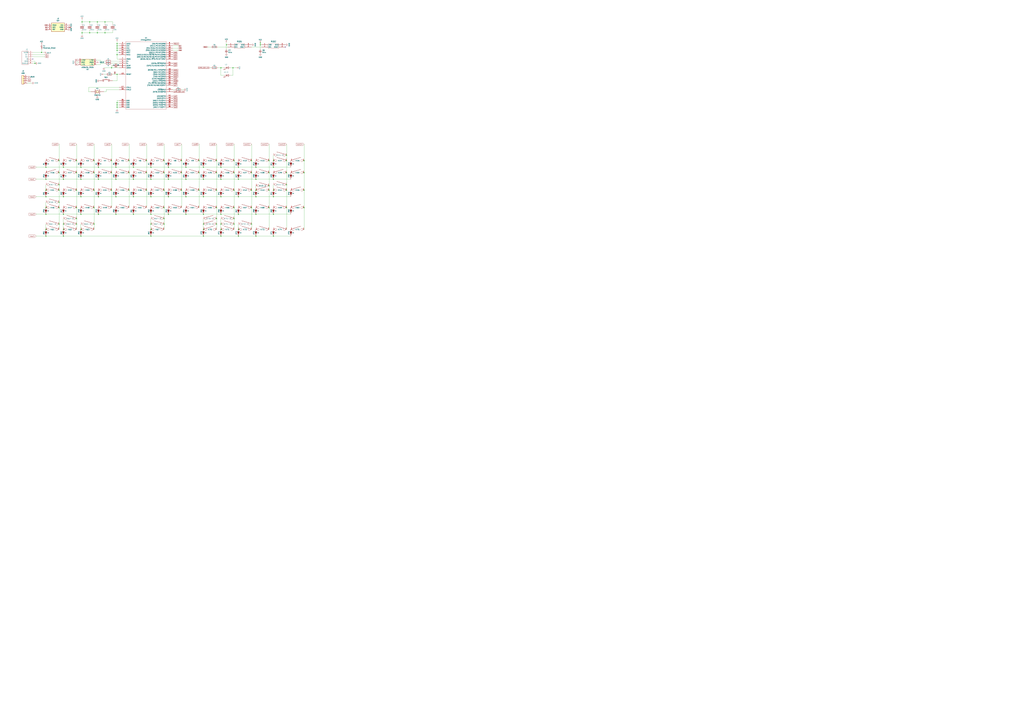
<source format=kicad_sch>
(kicad_sch (version 20211123) (generator eeschema)
  (paper "A0")
  (junction (at 270.51 78.74))
  (junction (at 256.54 248.92))
  (junction (at 317.5 208.28))
  (junction (at 109.22 200.66))
  (junction (at 317.5 220.98))
  (junction (at 297.18 228.6))
  (junction (at 93.98 248.92))
  (junction (at 195.58 228.6))
  (junction (at 271.78 254))
  (junction (at 312.42 186.69))
  (junction (at 113.03 25.4))
  (junction (at 297.18 248.92))
  (junction (at 154.94 194.31))
  (junction (at 149.86 220.98))
  (junction (at 256.54 208.28))
  (junction (at 129.54 78.74))
  (junction (at 317.5 186.69))
  (junction (at 135.89 53.34))
  (junction (at 154.94 228.6))
  (junction (at 292.1 260.35))
  (junction (at 93.98 274.32))
  (junction (at 195.58 248.92))
  (junction (at 251.46 241.3))
  (junction (at 53.34 274.32))
  (junction (at 190.5 186.69))
  (junction (at 175.26 194.31))
  (junction (at 236.22 248.92))
  (junction (at 135.89 58.42))
  (junction (at 353.06 186.69))
  (junction (at 231.14 200.66))
  (junction (at 215.9 228.6))
  (junction (at 332.74 200.66))
  (junction (at 312.42 200.66))
  (junction (at 353.06 220.98))
  (junction (at 256.54 228.6))
  (junction (at 312.42 220.98))
  (junction (at 190.5 260.35))
  (junction (at 215.9 194.31))
  (junction (at 317.5 274.32))
  (junction (at 175.26 228.6))
  (junction (at 88.9 241.3))
  (junction (at 73.66 260.35))
  (junction (at 271.78 220.98))
  (junction (at 175.26 274.32))
  (junction (at 73.66 228.6))
  (junction (at 297.18 274.32))
  (junction (at 231.14 186.69))
  (junction (at 109.22 220.98))
  (junction (at 114.3 208.28))
  (junction (at 93.98 228.6))
  (junction (at 210.82 186.69))
  (junction (at 135.89 55.88))
  (junction (at 271.78 241.3))
  (junction (at 210.82 200.66))
  (junction (at 256.54 260.35))
  (junction (at 134.62 248.92))
  (junction (at 135.89 119.38))
  (junction (at 114.3 248.92))
  (junction (at 88.9 186.69))
  (junction (at 276.86 248.92))
  (junction (at 256.54 194.31))
  (junction (at 215.9 208.28))
  (junction (at 353.06 241.3))
  (junction (at 195.58 208.28))
  (junction (at 68.58 234.95))
  (junction (at 53.34 220.98))
  (junction (at 135.89 63.5))
  (junction (at 53.34 266.7))
  (junction (at 276.86 208.28))
  (junction (at 114.3 194.31))
  (junction (at 317.5 194.31))
  (junction (at 135.89 124.46))
  (junction (at 302.26 49.8871))
  (junction (at 292.1 186.69))
  (junction (at 129.54 186.69))
  (junction (at 68.58 260.35))
  (junction (at 48.26 60.96))
  (junction (at 297.18 194.31))
  (junction (at 276.86 266.7))
  (junction (at 104.14 38.1))
  (junction (at 332.74 186.69))
  (junction (at 88.9 260.35))
  (junction (at 236.22 266.7))
  (junction (at 332.74 220.98))
  (junction (at 68.58 241.3))
  (junction (at 276.86 194.31))
  (junction (at 256.54 266.7))
  (junction (at 88.9 200.66))
  (junction (at 40.64 73.66))
  (junction (at 53.34 194.31))
  (junction (at 95.25 38.1))
  (junction (at 121.92 25.4))
  (junction (at 256.54 78.74))
  (junction (at 175.26 266.7))
  (junction (at 104.14 25.4))
  (junction (at 68.58 200.66))
  (junction (at 53.34 208.28))
  (junction (at 109.22 186.69))
  (junction (at 215.9 248.92))
  (junction (at 236.22 194.31))
  (junction (at 251.46 200.66))
  (junction (at 317.5 248.92))
  (junction (at 332.74 241.3))
  (junction (at 113.03 38.1))
  (junction (at 73.66 248.92))
  (junction (at 190.5 241.3))
  (junction (at 93.98 194.31))
  (junction (at 251.46 254))
  (junction (at 53.34 241.3))
  (junction (at 236.22 274.32))
  (junction (at 210.82 220.98))
  (junction (at 73.66 208.28))
  (junction (at 251.46 186.69))
  (junction (at 302.26 52.07))
  (junction (at 170.18 186.69))
  (junction (at 292.1 200.66))
  (junction (at 276.86 228.6))
  (junction (at 271.78 260.35))
  (junction (at 109.22 241.3))
  (junction (at 73.66 194.31))
  (junction (at 297.18 208.28))
  (junction (at 68.58 220.98))
  (junction (at 68.58 214.63))
  (junction (at 236.22 228.6))
  (junction (at 256.54 274.32))
  (junction (at 236.22 260.35))
  (junction (at 175.26 260.35))
  (junction (at 129.54 220.98))
  (junction (at 190.5 200.66))
  (junction (at 135.89 121.92))
  (junction (at 154.94 208.28))
  (junction (at 95.25 25.4))
  (junction (at 93.98 208.28))
  (junction (at 190.5 220.98))
  (junction (at 251.46 260.35))
  (junction (at 175.26 248.92))
  (junction (at 73.66 266.7))
  (junction (at 129.54 200.66))
  (junction (at 135.89 86.36))
  (junction (at 236.22 208.28))
  (junction (at 73.66 274.32))
  (junction (at 317.5 228.6))
  (junction (at 312.42 241.3))
  (junction (at 195.58 194.31))
  (junction (at 93.98 266.7))
  (junction (at 114.3 228.6))
  (junction (at 297.18 220.98))
  (junction (at 121.92 38.1))
  (junction (at 231.14 220.98))
  (junction (at 134.62 208.28))
  (junction (at 353.06 200.66))
  (junction (at 312.42 215.9))
  (junction (at 271.78 186.69))
  (junction (at 68.58 186.69))
  (junction (at 88.9 254))
  (junction (at 170.18 220.98))
  (junction (at 170.18 200.66))
  (junction (at 149.86 200.66))
  (junction (at 276.86 274.32))
  (junction (at 109.22 260.35))
  (junction (at 332.74 214.63))
  (junction (at 175.26 208.28))
  (junction (at 292.1 220.98))
  (junction (at 332.74 180.34))
  (junction (at 88.9 220.98))
  (junction (at 135.89 50.8))
  (junction (at 154.94 248.92))
  (junction (at 251.46 220.98))
  (junction (at 292.1 241.3))
  (junction (at 134.62 194.31))
  (junction (at 190.5 254))
  (junction (at 149.86 186.69))
  (junction (at 271.78 200.66))
  (junction (at 53.34 228.6))
  (junction (at 53.34 248.92))
  (junction (at 134.62 228.6))
  (junction (at 262.89 52.07))
  (no_connect (at 38.1 68.58))
  (no_connect (at 138.43 60.96))
  (no_connect (at 331.47 54.61))
  (wire (pts (xy 256.54 248.92) (xy 276.86 248.92)))
  (wire (pts (xy 312.42 167.64) (xy 312.42 186.69)))
  (wire (pts (xy 88.9 72.39) (xy 91.44 72.39)))
  (wire (pts (xy 200.66 104.14) (xy 203.2 104.14)))
  (wire (pts (xy 267.97 87.63) (xy 270.51 87.63)))
  (wire (pts (xy 210.82 200.66) (xy 210.82 220.98)))
  (wire (pts (xy 135.89 93.98) (xy 130.81 93.98)))
  (wire (pts (xy 276.86 194.31) (xy 297.18 194.31)))
  (wire (pts (xy 109.22 167.64) (xy 109.22 186.69)))
  (wire (pts (xy 95.25 38.1) (xy 95.25 40.64)))
  (wire (pts (xy 262.89 52.07) (xy 264.16 52.07)))
  (wire (pts (xy 332.74 241.3) (xy 332.74 266.7)))
  (wire (pts (xy 175.26 260.35) (xy 175.26 266.7)))
  (wire (pts (xy 138.43 116.84) (xy 135.89 116.84)))
  (wire (pts (xy 114.3 228.6) (xy 134.62 228.6)))
  (wire (pts (xy 41.91 228.6) (xy 53.34 228.6)))
  (wire (pts (xy 121.92 25.4) (xy 121.92 27.94)))
  (wire (pts (xy 135.89 86.36) (xy 138.43 86.36)))
  (wire (pts (xy 271.78 241.3) (xy 271.78 254)))
  (wire (pts (xy 113.03 25.4) (xy 121.92 25.4)))
  (wire (pts (xy 73.66 274.32) (xy 93.98 274.32)))
  (wire (pts (xy 317.5 248.92) (xy 337.82 248.92)))
  (wire (pts (xy 114.3 208.28) (xy 134.62 208.28)))
  (wire (pts (xy 88.9 260.35) (xy 88.9 266.7)))
  (wire (pts (xy 129.54 76.2) (xy 130.81 76.2)))
  (wire (pts (xy 120.65 106.68) (xy 123.19 106.68)))
  (wire (pts (xy 302.26 52.07) (xy 302.26 57.15)))
  (wire (pts (xy 200.66 58.42) (xy 207.01 58.42)))
  (wire (pts (xy 236.22 194.31) (xy 256.54 194.31)))
  (wire (pts (xy 243.84 78.74) (xy 245.11 78.74)))
  (wire (pts (xy 68.58 167.64) (xy 68.58 186.69)))
  (wire (pts (xy 190.5 241.3) (xy 190.5 254)))
  (wire (pts (xy 73.66 260.35) (xy 73.66 266.7)))
  (wire (pts (xy 302.26 49.53) (xy 302.26 49.8871)))
  (wire (pts (xy 251.46 254) (xy 251.46 260.35)))
  (wire (pts (xy 276.86 260.35) (xy 276.86 266.7)))
  (wire (pts (xy 129.54 78.74) (xy 138.43 78.74)))
  (wire (pts (xy 68.58 200.66) (xy 68.58 214.63)))
  (wire (pts (xy 332.74 167.64) (xy 332.74 180.34)))
  (wire (pts (xy 256.54 228.6) (xy 276.86 228.6)))
  (wire (pts (xy 271.78 200.66) (xy 271.78 220.98)))
  (wire (pts (xy 116.84 71.12) (xy 121.92 71.12)))
  (wire (pts (xy 53.34 248.92) (xy 73.66 248.92)))
  (wire (pts (xy 38.1 63.5) (xy 52.07 63.5)))
  (wire (pts (xy 195.58 248.92) (xy 215.9 248.92)))
  (wire (pts (xy 93.98 260.35) (xy 93.98 266.7)))
  (wire (pts (xy 292.1 220.98) (xy 292.1 241.3)))
  (wire (pts (xy 302.26 49.8871) (xy 302.26 52.07)))
  (wire (pts (xy 95.25 25.4) (xy 95.25 27.94)))
  (wire (pts (xy 251.46 241.3) (xy 251.46 254)))
  (wire (pts (xy 138.43 50.8) (xy 135.89 50.8)))
  (wire (pts (xy 68.58 186.69) (xy 68.58 200.66)))
  (wire (pts (xy 40.64 71.12) (xy 38.1 71.12)))
  (wire (pts (xy 297.18 194.31) (xy 317.5 194.31)))
  (wire (pts (xy 73.66 208.28) (xy 93.98 208.28)))
  (wire (pts (xy 200.66 55.88) (xy 207.01 55.88)))
  (wire (pts (xy 31.75 96.52) (xy 36.83 96.52)))
  (wire (pts (xy 256.54 208.28) (xy 276.86 208.28)))
  (wire (pts (xy 353.06 200.66) (xy 353.06 220.98)))
  (wire (pts (xy 332.74 180.34) (xy 332.74 186.69)))
  (wire (pts (xy 317.5 180.34) (xy 317.5 186.69)))
  (wire (pts (xy 302.26 52.07) (xy 303.53 52.07)))
  (wire (pts (xy 73.66 254) (xy 73.66 260.35)))
  (wire (pts (xy 135.89 119.38) (xy 135.89 121.92)))
  (wire (pts (xy 135.89 58.42) (xy 138.43 58.42)))
  (wire (pts (xy 134.62 228.6) (xy 154.94 228.6)))
  (wire (pts (xy 93.98 194.31) (xy 114.3 194.31)))
  (wire (pts (xy 135.89 63.5) (xy 138.43 63.5)))
  (wire (pts (xy 48.26 57.15) (xy 48.26 60.96)))
  (wire (pts (xy 251.46 186.69) (xy 251.46 200.66)))
  (wire (pts (xy 41.91 248.92) (xy 53.34 248.92)))
  (wire (pts (xy 276.86 208.28) (xy 297.18 208.28)))
  (wire (pts (xy 292.1 260.35) (xy 292.1 266.7)))
  (wire (pts (xy 251.46 200.66) (xy 251.46 220.98)))
  (wire (pts (xy 190.5 167.64) (xy 190.5 186.69)))
  (wire (pts (xy 175.26 208.28) (xy 195.58 208.28)))
  (wire (pts (xy 120.65 86.36) (xy 123.19 86.36)))
  (wire (pts (xy 317.5 214.63) (xy 317.5 220.98)))
  (wire (pts (xy 236.22 208.28) (xy 256.54 208.28)))
  (wire (pts (xy 215.9 194.31) (xy 236.22 194.31)))
  (wire (pts (xy 231.14 200.66) (xy 231.14 220.98)))
  (wire (pts (xy 113.03 38.1) (xy 121.92 38.1)))
  (wire (pts (xy 130.81 86.36) (xy 135.89 86.36)))
  (wire (pts (xy 134.62 208.28) (xy 154.94 208.28)))
  (wire (pts (xy 312.42 220.98) (xy 312.42 241.3)))
  (wire (pts (xy 267.97 78.74) (xy 270.51 78.74)))
  (wire (pts (xy 262.89 52.07) (xy 262.89 57.15)))
  (wire (pts (xy 149.86 200.66) (xy 149.86 220.98)))
  (wire (pts (xy 231.14 186.69) (xy 231.14 200.66)))
  (wire (pts (xy 109.22 260.35) (xy 109.22 266.7)))
  (wire (pts (xy 40.64 73.66) (xy 40.64 71.12)))
  (wire (pts (xy 210.82 186.69) (xy 210.82 200.66)))
  (wire (pts (xy 68.58 220.98) (xy 68.58 234.95)))
  (wire (pts (xy 241.3 54.61) (xy 245.11 54.61)))
  (wire (pts (xy 88.9 220.98) (xy 88.9 241.3)))
  (wire (pts (xy 129.54 167.64) (xy 129.54 186.69)))
  (wire (pts (xy 195.58 194.31) (xy 215.9 194.31)))
  (wire (pts (xy 270.51 87.63) (xy 270.51 78.74)))
  (wire (pts (xy 38.1 66.04) (xy 52.07 66.04)))
  (wire (pts (xy 53.34 208.28) (xy 73.66 208.28)))
  (wire (pts (xy 312.42 220.98) (xy 312.42 215.9)))
  (wire (pts (xy 256.54 78.74) (xy 260.35 78.74)))
  (wire (pts (xy 332.74 220.98) (xy 332.74 241.3)))
  (wire (pts (xy 312.42 241.3) (xy 312.42 266.7)))
  (wire (pts (xy 252.73 54.61) (xy 264.16 54.61)))
  (wire (pts (xy 276.86 274.32) (xy 297.18 274.32)))
  (wire (pts (xy 53.34 194.31) (xy 73.66 194.31)))
  (wire (pts (xy 210.82 167.64) (xy 210.82 186.69)))
  (wire (pts (xy 190.5 254) (xy 190.5 260.35)))
  (wire (pts (xy 170.18 220.98) (xy 170.18 241.3)))
  (wire (pts (xy 154.94 248.92) (xy 175.26 248.92)))
  (wire (pts (xy 190.5 200.66) (xy 190.5 220.98)))
  (wire (pts (xy 41.91 194.31) (xy 53.34 194.31)))
  (wire (pts (xy 154.94 194.31) (xy 175.26 194.31)))
  (wire (pts (xy 121.92 25.4) (xy 130.81 25.4)))
  (wire (pts (xy 292.1 241.3) (xy 292.1 260.35)))
  (wire (pts (xy 149.86 220.98) (xy 149.86 241.3)))
  (wire (pts (xy 114.3 194.31) (xy 134.62 194.31)))
  (wire (pts (xy 262.89 49.53) (xy 262.89 52.07)))
  (wire (pts (xy 317.5 228.6) (xy 337.82 228.6)))
  (wire (pts (xy 113.03 38.1) (xy 113.03 35.56)))
  (wire (pts (xy 95.25 22.86) (xy 95.25 25.4)))
  (wire (pts (xy 68.58 241.3) (xy 68.58 260.35)))
  (wire (pts (xy 102.87 101.6) (xy 138.43 101.6)))
  (wire (pts (xy 256.54 254) (xy 256.54 260.35)))
  (wire (pts (xy 138.43 73.66) (xy 129.54 73.66)))
  (wire (pts (xy 116.84 73.66) (xy 121.92 73.66)))
  (wire (pts (xy 276.86 248.92) (xy 297.18 248.92)))
  (wire (pts (xy 68.58 214.63) (xy 68.58 220.98)))
  (wire (pts (xy 138.43 119.38) (xy 135.89 119.38)))
  (wire (pts (xy 68.58 234.95) (xy 68.58 241.3)))
  (wire (pts (xy 332.74 214.63) (xy 332.74 220.98)))
  (wire (pts (xy 73.66 194.31) (xy 93.98 194.31)))
  (wire (pts (xy 353.06 220.98) (xy 353.06 241.3)))
  (wire (pts (xy 41.91 208.28) (xy 53.34 208.28)))
  (wire (pts (xy 114.3 248.92) (xy 134.62 248.92)))
  (wire (pts (xy 236.22 260.35) (xy 236.22 266.7)))
  (wire (pts (xy 41.91 274.32) (xy 53.34 274.32)))
  (wire (pts (xy 104.14 38.1) (xy 113.03 38.1)))
  (wire (pts (xy 73.66 248.92) (xy 93.98 248.92)))
  (wire (pts (xy 353.06 241.3) (xy 353.06 266.7)))
  (wire (pts (xy 130.81 25.4) (xy 130.81 27.94)))
  (wire (pts (xy 123.19 104.14) (xy 123.19 106.68)))
  (wire (pts (xy 332.74 200.66) (xy 332.74 214.63)))
  (wire (pts (xy 135.89 68.58) (xy 138.43 68.58)))
  (wire (pts (xy 135.89 53.34) (xy 138.43 53.34)))
  (wire (pts (xy 93.98 208.28) (xy 114.3 208.28)))
  (wire (pts (xy 135.89 50.8) (xy 135.89 53.34)))
  (wire (pts (xy 154.94 228.6) (xy 175.26 228.6)))
  (wire (pts (xy 317.5 194.31) (xy 337.82 194.31)))
  (wire (pts (xy 111.76 69.85) (xy 116.84 69.85)))
  (wire (pts (xy 109.22 241.3) (xy 109.22 260.35)))
  (wire (pts (xy 190.5 220.98) (xy 190.5 241.3)))
  (wire (pts (xy 53.34 228.6) (xy 73.66 228.6)))
  (wire (pts (xy 312.42 200.66) (xy 312.42 215.9)))
  (wire (pts (xy 48.26 60.96) (xy 50.8 60.96)))
  (wire (pts (xy 215.9 228.6) (xy 236.22 228.6)))
  (wire (pts (xy 236.22 248.92) (xy 256.54 248.92)))
  (wire (pts (xy 170.18 167.64) (xy 170.18 186.69)))
  (wire (pts (xy 292.1 54.61) (xy 303.53 54.61)))
  (wire (pts (xy 93.98 248.92) (xy 114.3 248.92)))
  (wire (pts (xy 190.5 260.35) (xy 190.5 266.7)))
  (wire (pts (xy 104.14 25.4) (xy 104.14 27.94)))
  (wire (pts (xy 138.43 124.46) (xy 135.89 124.46)))
  (wire (pts (xy 251.46 260.35) (xy 251.46 266.7)))
  (wire (pts (xy 210.82 104.14) (xy 213.36 104.14)))
  (wire (pts (xy 200.66 53.34) (xy 207.01 53.34)))
  (wire (pts (xy 95.25 25.4) (xy 104.14 25.4)))
  (wire (pts (xy 38.1 73.66) (xy 40.64 73.66)))
  (wire (pts (xy 271.78 220.98) (xy 271.78 241.3)))
  (wire (pts (xy 121.92 38.1) (xy 130.81 38.1)))
  (wire (pts (xy 134.62 194.31) (xy 154.94 194.31)))
  (wire (pts (xy 353.06 186.69) (xy 353.06 200.66)))
  (wire (pts (xy 175.26 274.32) (xy 236.22 274.32)))
  (wire (pts (xy 170.18 200.66) (xy 170.18 220.98)))
  (wire (pts (xy 95.25 35.56) (xy 95.25 38.1)))
  (wire (pts (xy 135.89 55.88) (xy 135.89 58.42)))
  (wire (pts (xy 236.22 228.6) (xy 256.54 228.6)))
  (wire (pts (xy 271.78 167.64) (xy 271.78 186.69)))
  (wire (pts (xy 135.89 124.46) (xy 135.89 127)))
  (wire (pts (xy 256.54 194.31) (xy 276.86 194.31)))
  (wire (pts (xy 297.18 208.28) (xy 317.5 208.28)))
  (wire (pts (xy 251.46 167.64) (xy 251.46 186.69)))
  (wire (pts (xy 297.18 248.92) (xy 317.5 248.92)))
  (wire (pts (xy 53.34 214.63) (xy 53.34 220.98)))
  (wire (pts (xy 332.74 186.69) (xy 332.74 200.66)))
  (wire (pts (xy 195.58 208.28) (xy 215.9 208.28)))
  (wire (pts (xy 116.84 74.93) (xy 116.84 73.66)))
  (wire (pts (xy 102.87 101.6) (xy 102.87 106.68)))
  (wire (pts (xy 154.94 208.28) (xy 175.26 208.28)))
  (wire (pts (xy 68.58 260.35) (xy 68.58 266.7)))
  (wire (pts (xy 93.98 228.6) (xy 114.3 228.6)))
  (wire (pts (xy 120.65 78.74) (xy 129.54 78.74)))
  (wire (pts (xy 190.5 186.69) (xy 190.5 200.66)))
  (wire (pts (xy 129.54 186.69) (xy 129.54 200.66)))
  (wire (pts (xy 134.62 248.92) (xy 154.94 248.92)))
  (wire (pts (xy 135.89 63.5) (xy 135.89 68.58)))
  (wire (pts (xy 297.18 274.32) (xy 317.5 274.32)))
  (wire (pts (xy 88.9 167.64) (xy 88.9 186.69)))
  (wire (pts (xy 175.26 254) (xy 175.26 260.35)))
  (wire (pts (xy 271.78 186.69) (xy 271.78 200.66)))
  (wire (pts (xy 88.9 186.69) (xy 88.9 200.66)))
  (wire (pts (xy 317.5 274.32) (xy 337.82 274.32)))
  (wire (pts (xy 109.22 186.69) (xy 109.22 200.66)))
  (wire (pts (xy 53.34 260.35) (xy 53.34 266.7)))
  (wire (pts (xy 88.9 241.3) (xy 88.9 254)))
  (wire (pts (xy 135.89 121.92) (xy 135.89 124.46)))
  (wire (pts (xy 129.54 220.98) (xy 129.54 241.3)))
  (wire (pts (xy 312.42 186.69) (xy 312.42 200.66)))
  (wire (pts (xy 135.89 121.92) (xy 138.43 121.92)))
  (wire (pts (xy 88.9 254) (xy 88.9 260.35)))
  (wire (pts (xy 175.26 248.92) (xy 195.58 248.92)))
  (wire (pts (xy 175.26 228.6) (xy 195.58 228.6)))
  (wire (pts (xy 38.1 60.96) (xy 48.26 60.96)))
  (wire (pts (xy 292.1 186.69) (xy 292.1 200.66)))
  (wire (pts (xy 149.86 186.69) (xy 149.86 200.66)))
  (wire (pts (xy 252.73 78.74) (xy 256.54 78.74)))
  (wire (pts (xy 260.35 87.63) (xy 256.54 87.63)))
  (wire (pts (xy 129.54 200.66) (xy 129.54 220.98)))
  (wire (pts (xy 135.89 48.26) (xy 135.89 50.8)))
  (wire (pts (xy 88.9 200.66) (xy 88.9 220.98)))
  (wire (pts (xy 129.54 76.2) (xy 129.54 78.74)))
  (wire (pts (xy 175.26 194.31) (xy 195.58 194.31)))
  (wire (pts (xy 271.78 260.35) (xy 271.78 266.7)))
  (wire (pts (xy 292.1 200.66) (xy 292.1 220.98)))
  (wire (pts (xy 109.22 200.66) (xy 109.22 220.98)))
  (wire (pts (xy 292.1 167.64) (xy 292.1 186.69)))
  (wire (pts (xy 73.66 228.6) (xy 93.98 228.6)))
  (wire (pts (xy 353.06 167.64) (xy 353.06 186.69)))
  (wire (pts (xy 135.89 116.84) (xy 135.89 119.38)))
  (wire (pts (xy 95.25 38.1) (xy 104.14 38.1)))
  (wire (pts (xy 251.46 220.98) (xy 251.46 241.3)))
  (wire (pts (xy 121.92 38.1) (xy 121.92 35.56)))
  (wire (pts (xy 135.89 53.34) (xy 135.89 55.88)))
  (wire (pts (xy 135.89 86.36) (xy 135.89 93.98)))
  (wire (pts (xy 104.14 25.4) (xy 113.03 25.4)))
  (wire (pts (xy 104.14 35.56) (xy 104.14 38.1)))
  (wire (pts (xy 116.84 69.85) (xy 116.84 71.12)))
  (wire (pts (xy 215.9 248.92) (xy 236.22 248.92)))
  (wire (pts (xy 105.41 106.68) (xy 102.87 106.68)))
  (wire (pts (xy 297.18 228.6) (xy 317.5 228.6)))
  (wire (pts (xy 129.54 71.12) (xy 138.43 71.12)))
  (wire (pts (xy 270.51 78.74) (xy 274.32 78.74)))
  (wire (pts (xy 297.18 215.9) (xy 297.18 220.98)))
  (wire (pts (xy 236.22 274.32) (xy 256.54 274.32)))
  (wire (pts (xy 317.5 208.28) (xy 337.82 208.28)))
  (wire (pts (xy 109.22 220.98) (xy 109.22 241.3)))
  (wire (pts (xy 111.76 74.93) (xy 116.84 74.93)))
  (wire (pts (xy 210.82 220.98) (xy 210.82 241.3)))
  (wire (pts (xy 231.14 220.98) (xy 231.14 241.3)))
  (wire (pts (xy 149.86 167.64) (xy 149.86 186.69)))
  (wire (pts (xy 256.54 87.63) (xy 256.54 78.74)))
  (wire (pts (xy 53.34 234.95) (xy 53.34 241.3)))
  (wire (pts (xy 138.43 104.14) (xy 123.19 104.14)))
  (wire (pts (xy 113.03 25.4) (xy 113.03 27.94)))
  (wire (pts (xy 256.54 260.35) (xy 256.54 266.7)))
  (wire (pts (xy 138.43 55.88) (xy 135.89 55.88)))
  (wire (pts (xy 135.89 58.42) (xy 135.89 63.5)))
  (wire (pts (xy 53.34 274.32) (xy 73.66 274.32)))
  (wire (pts (xy 271.78 254) (xy 271.78 260.35)))
  (wire (pts (xy 170.18 186.69) (xy 170.18 200.66)))
  (wire (pts (xy 276.86 228.6) (xy 297.18 228.6)))
  (wire (pts (xy 231.14 167.64) (xy 231.14 186.69)))
  (wire (pts (xy 256.54 274.32) (xy 276.86 274.32)))
  (wire (pts (xy 236.22 254) (xy 236.22 260.35)))
  (wire (pts (xy 93.98 274.32) (xy 175.26 274.32)))
  (wire (pts (xy 130.81 38.1) (xy 130.81 35.56)))
  (wire (pts (xy 195.58 228.6) (xy 215.9 228.6)))
  (wire (pts (xy 215.9 208.28) (xy 236.22 208.28)))
  (global_label "CAPS_LOCK_LED" (shape input) (at 243.84 78.74 180) (effects (font (size 1 1))) (property "Intersheet References" "${INTERSHEET_REFS}" (effects hide)))
  (global_label "row0" (shape input) (at 200.66 124.46 0) (effects (font (size 0.9906 0.9906))) (property "Intersheet References" "${INTERSHEET_REFS}" (effects hide)))
  (global_label "D+" (shape input) (at 91.44 69.85 180) (effects (font (size 0.9906 0.9906))) (property "Intersheet References" "${INTERSHEET_REFS}" (effects hide)))
  (global_label "col11" (shape input) (at 292.1 167.64 180) (effects (font (size 1.524 1.524))) (property "Intersheet References" "${INTERSHEET_REFS}" (effects hide)))
  (global_label "col6" (shape input) (at 190.5 167.64 180) (effects (font (size 1.524 1.524))) (property "Intersheet References" "${INTERSHEET_REFS}" (effects hide)))
  (global_label "col2" (shape input) (at 109.22 167.64 180) (effects (font (size 1.524 1.524))) (property "Intersheet References" "${INTERSHEET_REFS}" (effects hide)))
  (global_label "RGB_DI" (shape input) (at 200.66 50.8 0) (effects (font (size 1 1))) (property "Intersheet References" "${INTERSHEET_REFS}" (effects hide)))
  (global_label "col5" (shape input) (at 200.66 63.5 0) (effects (font (size 0.9906 0.9906))) (property "Intersheet References" "${INTERSHEET_REFS}" (effects hide)))
  (global_label "MISO" (shape input) (at 207.01 58.42 0) (effects (font (size 0.7112 0.7112))) (property "Intersheet References" "${INTERSHEET_REFS}" (effects hide)))
  (global_label "row0" (shape input) (at 41.91 194.31 180) (effects (font (size 1.524 1.524))) (property "Intersheet References" "${INTERSHEET_REFS}" (effects hide)))
  (global_label "row1" (shape input) (at 200.66 121.92 0) (effects (font (size 0.9906 0.9906))) (property "Intersheet References" "${INTERSHEET_REFS}" (effects hide)))
  (global_label "col0" (shape input) (at 68.58 167.64 180) (effects (font (size 1.524 1.524))) (property "Intersheet References" "${INTERSHEET_REFS}" (effects hide)))
  (global_label "col10" (shape input) (at 271.78 167.64 180) (effects (font (size 1.524 1.524))) (property "Intersheet References" "${INTERSHEET_REFS}" (effects hide)))
  (global_label "col1" (shape input) (at 200.66 68.58 0) (effects (font (size 0.9906 0.9906))) (property "Intersheet References" "${INTERSHEET_REFS}" (effects hide)))
  (global_label "RST" (shape input) (at 55.88 34.29 180) (effects (font (size 0.7112 0.7112))) (property "Intersheet References" "${INTERSHEET_REFS}" (effects hide)))
  (global_label "CAPS_LOCK_LED" (shape input) (at 200.66 106.68 0) (effects (font (size 1 1))) (property "Intersheet References" "${INTERSHEET_REFS}" (effects hide)))
  (global_label "col4" (shape input) (at 200.66 66.04 0) (effects (font (size 0.9906 0.9906))) (property "Intersheet References" "${INTERSHEET_REFS}" (effects hide)))
  (global_label "col0" (shape input) (at 200.66 111.76 0) (effects (font (size 0.9906 0.9906))) (property "Intersheet References" "${INTERSHEET_REFS}" (effects hide)))
  (global_label "MISO" (shape input) (at 55.88 29.21 180) (effects (font (size 0.7112 0.7112))) (property "Intersheet References" "${INTERSHEET_REFS}" (effects hide)))
  (global_label "MOSI" (shape input) (at 207.01 55.88 0) (effects (font (size 0.7112 0.7112))) (property "Intersheet References" "${INTERSHEET_REFS}" (effects hide)))
  (global_label "col9" (shape input) (at 200.66 91.44 0) (effects (font (size 0.9906 0.9906))) (property "Intersheet References" "${INTERSHEET_REFS}" (effects hide)))
  (global_label "col1" (shape input) (at 88.9 167.64 180) (effects (font (size 1.524 1.524))) (property "Intersheet References" "${INTERSHEET_REFS}" (effects hide)))
  (global_label "col2" (shape input) (at 200.66 76.2 0) (effects (font (size 0.9906 0.9906))) (property "Intersheet References" "${INTERSHEET_REFS}" (effects hide)))
  (global_label "row4" (shape input) (at 200.66 114.3 0) (effects (font (size 0.9906 0.9906))) (property "Intersheet References" "${INTERSHEET_REFS}" (effects hide)))
  (global_label "D-" (shape input) (at 52.07 63.5 0) (effects (font (size 0.9906 0.9906))) (property "Intersheet References" "${INTERSHEET_REFS}" (effects hide)))
  (global_label "col8" (shape input) (at 200.66 96.52 0) (effects (font (size 0.9906 0.9906))) (property "Intersheet References" "${INTERSHEET_REFS}" (effects hide)))
  (global_label "col9" (shape input) (at 251.46 167.64 180) (effects (font (size 1.524 1.524))) (property "Intersheet References" "${INTERSHEET_REFS}" (effects hide)))
  (global_label "col13" (shape input) (at 200.66 83.82 0) (effects (font (size 0.9906 0.9906))) (property "Intersheet References" "${INTERSHEET_REFS}" (effects hide)))
  (global_label "col12" (shape input) (at 312.42 167.64 180) (effects (font (size 1.524 1.524))) (property "Intersheet References" "${INTERSHEET_REFS}" (effects hide)))
  (global_label "D-" (shape input) (at 31.75 91.44 0) (effects (font (size 0.9906 0.9906))) (property "Intersheet References" "${INTERSHEET_REFS}" (effects hide)))
  (global_label "col7" (shape input) (at 210.82 167.64 180) (effects (font (size 1.524 1.524))) (property "Intersheet References" "${INTERSHEET_REFS}" (effects hide)))
  (global_label "RST" (shape input) (at 133.35 86.36 90) (effects (font (size 0.7112 0.7112))) (property "Intersheet References" "${INTERSHEET_REFS}" (effects hide)))
  (global_label "col7" (shape input) (at 200.66 99.06 0) (effects (font (size 0.9906 0.9906))) (property "Intersheet References" "${INTERSHEET_REFS}" (effects hide)))
  (global_label "D+" (shape input) (at 31.75 93.98 0) (effects (font (size 0.9906 0.9906))) (property "Intersheet References" "${INTERSHEET_REFS}" (effects hide)))
  (global_label "row2" (shape input) (at 200.66 119.38 0) (effects (font (size 0.9906 0.9906))) (property "Intersheet References" "${INTERSHEET_REFS}" (effects hide)))
  (global_label "col4" (shape input) (at 149.86 167.64 180) (effects (font (size 1.524 1.524))) (property "Intersheet References" "${INTERSHEET_REFS}" (effects hide)))
  (global_label "row4" (shape input) (at 41.91 274.32 180) (effects (font (size 1.524 1.524))) (property "Intersheet References" "${INTERSHEET_REFS}" (effects hide)))
  (global_label "col6" (shape input) (at 200.66 60.96 0) (effects (font (size 0.9906 0.9906))) (property "Intersheet References" "${INTERSHEET_REFS}" (effects hide)))
  (global_label "MOSI" (shape input) (at 78.74 31.75 0) (effects (font (size 0.7112 0.7112))) (property "Intersheet References" "${INTERSHEET_REFS}" (effects hide)))
  (global_label "col8" (shape input) (at 231.14 167.64 180) (effects (font (size 1.524 1.524))) (property "Intersheet References" "${INTERSHEET_REFS}" (effects hide)))
  (global_label "SCK" (shape input) (at 55.88 31.75 180) (effects (font (size 0.7112 0.7112))) (property "Intersheet References" "${INTERSHEET_REFS}" (effects hide)))
  (global_label "col3" (shape input) (at 200.66 73.66 0) (effects (font (size 0.9906 0.9906))) (property "Intersheet References" "${INTERSHEET_REFS}" (effects hide)))
  (global_label "row3" (shape input) (at 200.66 116.84 0) (effects (font (size 0.9906 0.9906))) (property "Intersheet References" "${INTERSHEET_REFS}" (effects hide)))
  (global_label "row1" (shape input) (at 41.91 208.28 180) (effects (font (size 1.524 1.524))) (property "Intersheet References" "${INTERSHEET_REFS}" (effects hide)))
  (global_label "D-" (shape input) (at 91.44 74.93 180) (effects (font (size 0.9906 0.9906))) (property "Intersheet References" "${INTERSHEET_REFS}" (effects hide)))
  (global_label "row2" (shape input) (at 41.91 228.6 180) (effects (font (size 1.524 1.524))) (property "Intersheet References" "${INTERSHEET_REFS}" (effects hide)))
  (global_label "col10" (shape input) (at 200.66 93.98 0) (effects (font (size 0.9906 0.9906))) (property "Intersheet References" "${INTERSHEET_REFS}" (effects hide)))
  (global_label "RGB_DI" (shape input) (at 241.3 54.61 180) (effects (font (size 0.7112 0.7112))) (property "Intersheet References" "${INTERSHEET_REFS}" (effects hide)))
  (global_label "SCK" (shape input) (at 207.01 53.34 0) (effects (font (size 0.7112 0.7112))) (property "Intersheet References" "${INTERSHEET_REFS}" (effects hide)))
  (global_label "col11" (shape input) (at 200.66 88.9 0) (effects (font (size 0.9906 0.9906))) (property "Intersheet References" "${INTERSHEET_REFS}" (effects hide)))
  (global_label "row3" (shape input) (at 41.91 248.92 180) (effects (font (size 1.524 1.524))) (property "Intersheet References" "${INTERSHEET_REFS}" (effects hide)))
  (global_label "col14" (shape input) (at 200.66 81.28 0) (effects (font (size 0.9906 0.9906))) (property "Intersheet References" "${INTERSHEET_REFS}" (effects hide)))
  (global_label "col5" (shape input) (at 170.18 167.64 180) (effects (font (size 1.524 1.524))) (property "Intersheet References" "${INTERSHEET_REFS}" (effects hide)))
  (global_label "D+" (shape input) (at 52.07 66.04 0) (effects (font (size 0.9906 0.9906))) (property "Intersheet References" "${INTERSHEET_REFS}" (effects hide)))
  (global_label "col14" (shape input) (at 353.06 167.64 180) (effects (font (size 1.524 1.524))) (property "Intersheet References" "${INTERSHEET_REFS}" (effects hide)))
  (global_label "col12" (shape input) (at 200.66 86.36 0) (effects (font (size 0.9906 0.9906))) (property "Intersheet References" "${INTERSHEET_REFS}" (effects hide)))
  (global_label "col3" (shape input) (at 129.54 167.64 180) (effects (font (size 1.524 1.524))) (property "Intersheet References" "${INTERSHEET_REFS}" (effects hide)))
  (global_label "col13" (shape input) (at 332.74 167.64 180) (effects (font (size 1.524 1.524))) (property "Intersheet References" "${INTERSHEET_REFS}" (effects hide)))
  (symbol (lib_id "keyboard_parts:XTAL_GND") (at 113.03 106.68 0) (unit 1)
    (property "Reference" "X1" (at 113.03 102.87 0) (effects (font (size 1.524 1.524))))
    (property "Value" "16mhz" (at 113.03 110.49 0) (effects (font (size 1.524 1.524))))
    (property "Footprint" "Keeb_components:XTAL_SMD_Murata_CSTxExxV-3Pin_3.0x1.1mm" (effects hide))
  )
  (symbol (lib_id "Power:GND") (at 113.03 111.76 0) (unit 1)
    (property "Reference" "#PWR01" (effects hide))
    (property "Value" "GND" (at 113.03 115.57 0))
  )
  (symbol (lib_id "Power:VCC") (at 95.25 22.86 0) (unit 1)
    (property "Reference" "#PWR02" (effects hide))
    (property "Value" "VCC" (at 95.25 19.05 0))
  )
  (symbol (lib_id "Device:C") (at 95.25 31.75 0) (unit 1)
    (property "Reference" "C1" (at 95.885 29.21 0) (effects (justify left)))
    (property "Value" "0.1u" (at 95.885 34.29 0) (effects (justify left)))
    (property "Footprint" "Keeb_components:C_0805" (effects hide))
  )
  (symbol (lib_id "Device:C") (at 104.14 31.75 0) (unit 1)
    (property "Reference" "C2" (at 104.775 29.21 0) (effects (justify left)))
    (property "Value" "0.1u" (at 104.775 34.29 0) (effects (justify left)))
    (property "Footprint" "Keeb_components:C_0805" (effects hide))
  )
  (symbol (lib_id "Device:C") (at 113.03 31.75 0) (unit 1)
    (property "Reference" "C3" (at 113.665 29.21 0) (effects (justify left)))
    (property "Value" "0.1u" (at 113.665 34.29 0) (effects (justify left)))
    (property "Footprint" "Keeb_components:C_0805" (effects hide))
  )
  (symbol (lib_id "Device:C") (at 121.92 31.75 0) (unit 1)
    (property "Reference" "C4" (at 122.555 29.21 0) (effects (justify left)))
    (property "Value" "0.1u" (at 122.555 34.29 0) (effects (justify left)))
    (property "Footprint" "Keeb_components:C_0805" (effects hide))
  )
  (symbol (lib_id "Power:GND") (at 95.25 40.64 0) (unit 1)
    (property "Reference" "#PWR03" (effects hide))
    (property "Value" "GND" (at 95.25 44.45 0))
  )
  (symbol (lib_id "Device:R") (at 127 86.36 90) (unit 1)
    (property "Reference" "R3" (at 127 84.328 90))
    (property "Value" "10k" (at 127 86.36 90))
    (property "Footprint" "Keeb_components:R_0805" (effects hide))
  )
  (symbol (lib_id "Power:VCC") (at 120.65 86.36 90) (unit 1)
    (property "Reference" "#PWR04" (effects hide))
    (property "Value" "VCC" (at 116.84 86.36 0))
  )
  (symbol (lib_id "Device:R") (at 207.01 104.14 90) (unit 1)
    (property "Reference" "R4" (at 207.01 102.108 90))
    (property "Value" "10k" (at 207.01 104.14 90))
    (property "Footprint" "Keeb_components:R_0805" (effects hide))
  )
  (symbol (lib_id "Power:GND") (at 213.36 104.14 90) (unit 1)
    (property "Reference" "#PWR06" (effects hide))
    (property "Value" "GND" (at 217.17 104.14 0))
  )
  (symbol (lib_id "Power:GND") (at 120.65 78.74 0) (mirror y) (unit 1)
    (property "Reference" "#PWR08" (effects hide))
    (property "Value" "GND" (at 120.65 82.55 0))
  )
  (symbol (lib_id "Device:C") (at 134.62 76.2 270) (mirror x) (unit 1)
    (property "Reference" "C6" (at 136.1694 75.4888 90) (effects (font (size 0.9906 0.9906)) (justify left)))
    (property "Value" "1u" (at 131.0894 75.4888 90) (effects (font (size 0.9906 0.9906)) (justify left)))
    (property "Footprint" "Keeb_components:C_0805" (effects hide))
  )
  (symbol (lib_id "Device:R") (at 125.73 71.12 90) (unit 1)
    (property "Reference" "R1" (at 125.73 68.58 90) (effects (font (size 0.9906 0.9906))))
    (property "Value" "22" (at 125.73 71.12 90) (effects (font (size 0.9906 0.9906))))
    (property "Footprint" "Keeb_components:R_0805" (effects hide))
  )
  (symbol (lib_id "Device:R") (at 125.73 73.66 90) (unit 1)
    (property "Reference" "R2" (at 125.73 76.2 90) (effects (font (size 0.9906 0.9906))))
    (property "Value" "22" (at 125.73 73.66 90) (effects (font (size 0.9906 0.9906))))
    (property "Footprint" "Keeb_components:R_0805" (effects hide))
  )
  (symbol (lib_id "Power:VCC") (at 135.89 48.26 0) (unit 1)
    (property "Reference" "#PWR013" (effects hide))
    (property "Value" "VCC" (at 135.89 44.45 0))
  )
  (symbol (lib_id "Power:GND") (at 135.89 127 0) (unit 1)
    (property "Reference" "#PWR014" (effects hide))
    (property "Value" "GND" (at 135.89 130.81 0))
  )
  (symbol (lib_id "Power:GND") (at 78.74 34.29 90) (unit 1)
    (property "Reference" "#PWR018" (effects hide))
    (property "Value" "GND" (at 82.55 34.29 0))
  )
  (symbol (lib_id "Power:VCC") (at 78.74 29.21 270) (unit 1)
    (property "Reference" "#PWR019" (effects hide))
    (property "Value" "VCC" (at 82.55 29.21 0))
  )
  (symbol (lib_id "atmel:ATmega32U4") (at 170.18 90.17 0) (unit 1)
    (property "Reference" "U1" (at 169.545 44.069 0))
    (property "Value" "ATmega32U4" (at 169.545 46.3804 0))
    (property "Footprint" "Keeb_components:MCU_ATMEGA32U4-AU" (effects hide))
  )
  (symbol (lib_id "Power:GND") (at 40.64 73.66 90) (unit 1)
    (property "Reference" "#PWR0102" (effects hide))
    (property "Value" "GND" (at 43.8912 73.533 90) (effects (justify right)))
  )
  (symbol (lib_id "Power:VBUS") (at 50.8 60.96 270) (unit 1)
    (property "Reference" "#PWR0124" (effects hide))
    (property "Value" "VBUS" (at 54.0512 61.341 90) (effects (justify left)))
  )
  (symbol (lib_id "Power:VCC") (at 48.26 52.07 0) (unit 1)
    (property "Reference" "#PWR0134" (effects hide))
    (property "Value" "VCC" (at 48.26 48.26 0))
  )
  (symbol (lib_id "keyboard_parts:USBLC6-2SC6") (at 101.6 72.39 0) (mirror x) (unit 1)
    (property "Reference" "U2" (at 101.6 80.645 0))
    (property "Value" "USBLC6-2SC6" (at 101.6 78.3336 0))
    (property "Footprint" "Keeb_components:PACKAGE_SOT-23-6" (effects hide))
  )
  (symbol (lib_id "Power:GND") (at 88.9 72.39 270) (mirror x) (unit 1)
    (property "Reference" "#PWR0103" (effects hide))
    (property "Value" "GND" (at 85.09 72.39 0))
  )
  (symbol (lib_id "Power:VBUS") (at 111.76 72.39 270) (unit 1)
    (property "Reference" "#PWR0104" (effects hide))
    (property "Value" "VBUS" (at 115.57 72.39 90) (effects (justify left)))
  )
  (symbol (lib_id "keyboard_parts:SW_PUSH") (at 123.19 93.98 0) (unit 1)
    (property "Reference" "SW1" (at 123.19 89.8144 0))
    (property "Value" "SW_PUSH" (effects hide))
    (property "Footprint" "Keeb_components:SWITCH_SPST_TL3342" (effects hide))
  )
  (symbol (lib_id "Power:GND") (at 115.57 93.98 270) (mirror x) (unit 1)
    (property "Reference" "#PWR0105" (effects hide))
    (property "Value" "GND" (at 111.76 93.98 0))
  )
  (symbol (lib_id "Device:Polyfuse_Small") (at 48.26 54.61 0) (unit 1)
    (property "Reference" "F1" (at 49.9872 53.4416 0) (effects (justify left)))
    (property "Value" "Polyfuse_Small" (at 49.9872 55.753 0) (effects (justify left)))
    (property "Footprint" "Keeb_components:R_0805" (effects hide))
  )
  (symbol (lib_id "Device:D_ALT") (at 317.5 190.5 90) (unit 1)
    (property "Reference" "D14" (at 314.96 190.5 0))
    (property "Value" "D" (at 320.04 190.5 0))
    (property "Footprint" "Keeb_components:D_0805" (effects hide))
  )
  (symbol (lib_id "Device:D_ALT") (at 317.5 204.47 90) (unit 1)
    (property "Reference" "D29" (at 314.96 204.47 0))
    (property "Value" "D" (at 320.04 204.47 0))
    (property "Footprint" "Keeb_components:D_0805" (effects hide))
  )
  (symbol (lib_id "keyboard_parts:KEYSW") (at 325.12 214.63 0) (mirror y) (unit 1)
    (property "Reference" "K44-1" (at 325.12 214.63 0) (effects (font (size 1.524 1.524))))
    (property "Value" "KEYSW" (effects hide))
    (property "Footprint" "Keeb_switches:CHERRY_PCB_200H_V" (effects hide))
  )
  (symbol (lib_id "keyboard_parts:KEYSW") (at 325.12 200.66 0) (unit 1)
    (property "Reference" "K29" (at 325.12 200.66 0) (effects (font (size 1.524 1.524))))
    (property "Value" "KEYSW" (effects hide))
    (property "Footprint" "Keeb_switches:CHERRY_PLATE_100H" (effects hide))
  )
  (symbol (lib_id "Device:D_ALT") (at 337.82 204.47 90) (unit 1)
    (property "Reference" "D30" (at 335.28 204.47 0))
    (property "Value" "D" (at 340.36 204.47 0))
    (property "Footprint" "Keeb_components:D_0805" (effects hide))
  )
  (symbol (lib_id "keyboard_parts:KEYSW") (at 325.12 186.69 0) (mirror y) (unit 1)
    (property "Reference" "K14" (at 325.12 186.69 0) (effects (font (size 1.524 1.524))))
    (property "Value" "KEYSW" (effects hide))
    (property "Footprint" "Keeb_switches:CHERRY_PCB_200H" (effects hide))
  )
  (symbol (lib_id "keyboard_parts:KEYSW") (at 325.12 180.34 0) (mirror y) (unit 1)
    (property "Reference" "K14-1" (at 325.12 180.34 0) (effects (font (size 1.524 1.524))))
    (property "Value" "KEYSW" (effects hide))
    (property "Footprint" "Keeb_switches:CHERRY_PLATE_100H" (effects hide))
  )
  (symbol (lib_id "Device:D_ALT") (at 337.82 190.5 90) (unit 1)
    (property "Reference" "D15" (at 335.28 190.5 0))
    (property "Value" "D" (at 340.36 190.5 0))
    (property "Footprint" "Keeb_components:D_0805" (effects hide))
  )
  (symbol (lib_id "keyboard_parts:KEYSW") (at 345.44 186.69 0) (unit 1)
    (property "Reference" "K15" (at 345.44 186.69 0) (effects (font (size 1.524 1.524))))
    (property "Value" "KEYSW" (effects hide))
    (property "Footprint" "Keeb_switches:CHERRY_PLATE_100H" (effects hide))
  )
  (symbol (lib_id "keyboard_parts:KEYSW") (at 345.44 200.66 0) (unit 1)
    (property "Reference" "K30" (at 345.44 200.66 0) (effects (font (size 1.524 1.524))))
    (property "Value" "KEYSW" (effects hide))
    (property "Footprint" "Keeb_switches:CHERRY_PLATE_100H" (effects hide))
  )
  (symbol (lib_id "keyboard_parts:KEYSW") (at 264.16 266.7 0) (mirror y) (unit 1)
    (property "Reference" "K71" (at 264.16 266.7 0) (effects (font (size 1.524 1.524))))
    (property "Value" "KEYSW" (effects hide))
    (property "Footprint" "Keeb_switches:CHERRY_PLATE_125H" (effects hide))
  )
  (symbol (lib_id "keyboard_parts:KEYSW") (at 264.16 260.35 0) (mirror y) (unit 1)
    (property "Reference" "K71-1" (at 264.16 260.35 0) (effects (font (size 1.524 1.524))))
    (property "Value" "KEYSW" (effects hide))
    (property "Footprint" "Keeb_switches:CHERRY_PLATE_150H" (effects hide))
  )
  (symbol (lib_id "Device:D_ALT") (at 256.54 224.79 90) (unit 1)
    (property "Reference" "D41" (at 254 224.79 0))
    (property "Value" "D" (at 259.08 224.79 0))
    (property "Footprint" "Keeb_components:D_0805" (effects hide))
  )
  (symbol (lib_id "keyboard_parts:KEYSW") (at 264.16 220.98 0) (mirror y) (unit 1)
    (property "Reference" "K41" (at 264.16 220.98 0) (effects (font (size 1.524 1.524))))
    (property "Value" "KEYSW" (effects hide))
    (property "Footprint" "Keeb_switches:CHERRY_PLATE_100H" (effects hide))
  )
  (symbol (lib_id "keyboard_parts:KEYSW") (at 264.16 241.3 0) (mirror y) (unit 1)
    (property "Reference" "K56" (at 264.16 241.3 0) (effects (font (size 1.524 1.524))))
    (property "Value" "KEYSW" (effects hide))
    (property "Footprint" "Keeb_switches:CHERRY_PLATE_100H" (effects hide))
  )
  (symbol (lib_id "Device:D_ALT") (at 256.54 270.51 90) (unit 1)
    (property "Reference" "D71" (at 254 270.51 0))
    (property "Value" "D" (at 259.08 270.51 0))
    (property "Footprint" "Keeb_components:D_0805" (effects hide))
  )
  (symbol (lib_id "Device:D_ALT") (at 256.54 245.11 90) (unit 1)
    (property "Reference" "D56" (at 254 245.11 0))
    (property "Value" "D" (at 259.08 245.11 0))
    (property "Footprint" "Keeb_components:D_0805" (effects hide))
  )
  (symbol (lib_id "keyboard_parts:KEYSW") (at 264.16 186.69 0) (mirror y) (unit 1)
    (property "Reference" "K11" (at 264.16 186.69 0) (effects (font (size 1.524 1.524))))
    (property "Value" "KEYSW" (effects hide))
    (property "Footprint" "Keeb_switches:CHERRY_PLATE_100H" (effects hide))
  )
  (symbol (lib_id "keyboard_parts:KEYSW") (at 264.16 200.66 0) (mirror y) (unit 1)
    (property "Reference" "K26" (at 264.16 200.66 0) (effects (font (size 1.524 1.524))))
    (property "Value" "KEYSW" (effects hide))
    (property "Footprint" "Keeb_switches:CHERRY_PLATE_100H" (effects hide))
  )
  (symbol (lib_id "Device:D_ALT") (at 297.18 190.5 90) (unit 1)
    (property "Reference" "D13" (at 294.64 190.5 0))
    (property "Value" "D" (at 299.72 190.5 0))
    (property "Footprint" "Keeb_components:D_0805" (effects hide))
  )
  (symbol (lib_id "keyboard_parts:KEYSW") (at 304.8 186.69 0) (mirror y) (unit 1)
    (property "Reference" "K13" (at 304.8 186.69 0) (effects (font (size 1.524 1.524))))
    (property "Value" "KEYSW" (effects hide))
    (property "Footprint" "Keeb_switches:CHERRY_PLATE_100H" (effects hide))
  )
  (symbol (lib_id "Device:D_ALT") (at 276.86 204.47 90) (unit 1)
    (property "Reference" "D27" (at 274.32 204.47 0))
    (property "Value" "D" (at 279.4 204.47 0))
    (property "Footprint" "Keeb_components:D_0805" (effects hide))
  )
  (symbol (lib_id "Device:D_ALT") (at 276.86 224.79 90) (unit 1)
    (property "Reference" "D42" (at 274.32 224.79 0))
    (property "Value" "D" (at 279.4 224.79 0))
    (property "Footprint" "Keeb_components:D_0805" (effects hide))
  )
  (symbol (lib_id "keyboard_parts:KEYSW") (at 284.48 220.98 0) (mirror y) (unit 1)
    (property "Reference" "K42" (at 284.48 220.98 0) (effects (font (size 1.524 1.524))))
    (property "Value" "KEYSW" (effects hide))
    (property "Footprint" "Keeb_switches:CHERRY_PLATE_100H" (effects hide))
  )
  (symbol (lib_id "keyboard_parts:KEYSW") (at 284.48 200.66 0) (mirror y) (unit 1)
    (property "Reference" "K27" (at 284.48 200.66 0) (effects (font (size 1.524 1.524))))
    (property "Value" "KEYSW" (effects hide))
    (property "Footprint" "Keeb_switches:CHERRY_PLATE_100H" (effects hide))
  )
  (symbol (lib_id "keyboard_parts:KEYSW") (at 284.48 186.69 0) (mirror y) (unit 1)
    (property "Reference" "K12" (at 284.48 186.69 0) (effects (font (size 1.524 1.524))))
    (property "Value" "KEYSW" (effects hide))
    (property "Footprint" "Keeb_switches:CHERRY_PLATE_100H" (effects hide))
  )
  (symbol (lib_id "Device:D_ALT") (at 276.86 190.5 90) (unit 1)
    (property "Reference" "D12" (at 274.32 190.5 0))
    (property "Value" "D" (at 279.4 190.5 0))
    (property "Footprint" "Keeb_components:D_0805" (effects hide))
  )
  (symbol (lib_id "Device:D_ALT") (at 276.86 245.11 90) (unit 1)
    (property "Reference" "D57" (at 274.32 245.11 0))
    (property "Value" "D" (at 279.4 245.11 0))
    (property "Footprint" "Keeb_components:D_0805" (effects hide))
  )
  (symbol (lib_id "keyboard_parts:KEYSW") (at 284.48 241.3 0) (mirror y) (unit 1)
    (property "Reference" "K57" (at 284.48 241.3 0) (effects (font (size 1.524 1.524))))
    (property "Value" "KEYSW" (effects hide))
    (property "Footprint" "Keeb_switches:CHERRY_PLATE_100H" (effects hide))
  )
  (symbol (lib_id "Device:D_ALT") (at 297.18 245.11 90) (unit 1)
    (property "Reference" "D58" (at 294.64 245.11 0))
    (property "Value" "D" (at 299.72 245.11 0))
    (property "Footprint" "Keeb_components:D_0805" (effects hide))
  )
  (symbol (lib_id "keyboard_parts:KEYSW") (at 304.8 241.3 0) (mirror y) (unit 1)
    (property "Reference" "K58" (at 304.8 241.3 0) (effects (font (size 1.524 1.524))))
    (property "Value" "KEYSW" (effects hide))
    (property "Footprint" "Keeb_switches:CHERRY_PLATE_175H" (effects hide))
  )
  (symbol (lib_id "Device:D_ALT") (at 297.18 204.47 90) (unit 1)
    (property "Reference" "D28" (at 294.64 204.47 0))
    (property "Value" "D" (at 299.72 204.47 0))
    (property "Footprint" "Keeb_components:D_0805" (effects hide))
  )
  (symbol (lib_id "Device:D_ALT") (at 297.18 224.79 90) (unit 1)
    (property "Reference" "D43" (at 294.64 224.79 0))
    (property "Value" "D" (at 299.72 224.79 0))
    (property "Footprint" "Keeb_components:D_0805" (effects hide))
  )
  (symbol (lib_id "Device:D_ALT") (at 195.58 190.5 90) (unit 1)
    (property "Reference" "D8" (at 193.04 190.5 0))
    (property "Value" "D" (at 198.12 190.5 0))
    (property "Footprint" "Keeb_components:D_0805" (effects hide))
  )
  (symbol (lib_id "Device:D_ALT") (at 215.9 190.5 90) (unit 1)
    (property "Reference" "D9" (at 213.36 190.5 0))
    (property "Value" "D" (at 218.44 190.5 0))
    (property "Footprint" "Keeb_components:D_0805" (effects hide))
  )
  (symbol (lib_id "Device:D_ALT") (at 195.58 204.47 90) (unit 1)
    (property "Reference" "D23" (at 193.04 204.47 0))
    (property "Value" "D" (at 198.12 204.47 0))
    (property "Footprint" "Keeb_components:D_0805" (effects hide))
  )
  (symbol (lib_id "Device:D_ALT") (at 175.26 190.5 90) (unit 1)
    (property "Reference" "D7" (at 172.72 190.5 0))
    (property "Value" "D" (at 177.8 190.5 0))
    (property "Footprint" "Keeb_components:D_0805" (effects hide))
  )
  (symbol (lib_id "Device:D_ALT") (at 175.26 204.47 90) (unit 1)
    (property "Reference" "D22" (at 172.72 204.47 0))
    (property "Value" "D" (at 177.8 204.47 0))
    (property "Footprint" "Keeb_components:D_0805" (effects hide))
  )
  (symbol (lib_id "Device:D_ALT") (at 256.54 204.47 90) (unit 1)
    (property "Reference" "D26" (at 254 204.47 0))
    (property "Value" "D" (at 259.08 204.47 0))
    (property "Footprint" "Keeb_components:D_0805" (effects hide))
  )
  (symbol (lib_id "keyboard_parts:KEYSW") (at 223.52 220.98 0) (mirror y) (unit 1)
    (property "Reference" "K39" (at 223.52 220.98 0) (effects (font (size 1.524 1.524))))
    (property "Value" "KEYSW" (effects hide))
    (property "Footprint" "Keeb_switches:CHERRY_PLATE_100H" (effects hide))
  )
  (symbol (lib_id "keyboard_parts:KEYSW") (at 223.52 186.69 0) (mirror y) (unit 1)
    (property "Reference" "K9" (at 223.52 186.69 0) (effects (font (size 1.524 1.524))))
    (property "Value" "KEYSW" (effects hide))
    (property "Footprint" "Keeb_switches:CHERRY_PLATE_100H" (effects hide))
  )
  (symbol (lib_id "keyboard_parts:KEYSW") (at 223.52 200.66 0) (mirror y) (unit 1)
    (property "Reference" "K24" (at 223.52 200.66 0) (effects (font (size 1.524 1.524))))
    (property "Value" "KEYSW" (effects hide))
    (property "Footprint" "Keeb_switches:CHERRY_PLATE_100H" (effects hide))
  )
  (symbol (lib_id "Device:D_ALT") (at 236.22 190.5 90) (unit 1)
    (property "Reference" "D10" (at 233.68 190.5 0))
    (property "Value" "D" (at 238.76 190.5 0))
    (property "Footprint" "Keeb_components:D_0805" (effects hide))
  )
  (symbol (lib_id "keyboard_parts:KEYSW") (at 243.84 200.66 0) (mirror y) (unit 1)
    (property "Reference" "K25" (at 243.84 200.66 0) (effects (font (size 1.524 1.524))))
    (property "Value" "KEYSW" (effects hide))
    (property "Footprint" "Keeb_switches:CHERRY_PLATE_100H" (effects hide))
  )
  (symbol (lib_id "keyboard_parts:KEYSW") (at 243.84 186.69 0) (mirror y) (unit 1)
    (property "Reference" "K10" (at 243.84 186.69 0) (effects (font (size 1.524 1.524))))
    (property "Value" "KEYSW" (effects hide))
    (property "Footprint" "Keeb_switches:CHERRY_PLATE_100H" (effects hide))
  )
  (symbol (lib_id "Device:D_ALT") (at 236.22 204.47 90) (unit 1)
    (property "Reference" "D25" (at 233.68 204.47 0))
    (property "Value" "D" (at 238.76 204.47 0))
    (property "Footprint" "Keeb_components:D_0805" (effects hide))
  )
  (symbol (lib_id "Device:D_ALT") (at 256.54 190.5 90) (unit 1)
    (property "Reference" "D11" (at 254 190.5 0))
    (property "Value" "D" (at 259.08 190.5 0))
    (property "Footprint" "Keeb_components:D_0805" (effects hide))
  )
  (symbol (lib_id "keyboard_parts:KEYSW") (at 345.44 266.7 0) (unit 1)
    (property "Reference" "K75" (at 345.44 266.7 0) (effects (font (size 1.524 1.524))))
    (property "Value" "KEYSW" (effects hide))
    (property "Footprint" "Keeb_switches:CHERRY_PLATE_100H" (effects hide))
  )
  (symbol (lib_id "keyboard_parts:KEYSW") (at 345.44 220.98 0) (unit 1)
    (property "Reference" "K45" (at 345.44 220.98 0) (effects (font (size 1.524 1.524))))
    (property "Value" "KEYSW" (effects hide))
    (property "Footprint" "Keeb_switches:CHERRY_PLATE_100H" (effects hide))
  )
  (symbol (lib_id "Device:D_ALT") (at 337.82 245.11 90) (unit 1)
    (property "Reference" "D60" (at 335.28 245.11 0))
    (property "Value" "D" (at 340.36 245.11 0))
    (property "Footprint" "Keeb_components:D_0805" (effects hide))
  )
  (symbol (lib_id "keyboard_parts:KEYSW") (at 345.44 241.3 0) (unit 1)
    (property "Reference" "K60" (at 345.44 241.3 0) (effects (font (size 1.524 1.524))))
    (property "Value" "KEYSW" (effects hide))
    (property "Footprint" "Keeb_switches:CHERRY_PLATE_100H" (effects hide))
  )
  (symbol (lib_id "Device:D_ALT") (at 317.5 224.79 90) (unit 1)
    (property "Reference" "D44" (at 314.96 224.79 0))
    (property "Value" "D" (at 320.04 224.79 0))
    (property "Footprint" "Keeb_components:D_0805" (effects hide))
  )
  (symbol (lib_id "Device:D_ALT") (at 317.5 245.11 90) (unit 1)
    (property "Reference" "D59" (at 314.96 245.11 0))
    (property "Value" "D" (at 320.04 245.11 0))
    (property "Footprint" "Keeb_components:D_0805" (effects hide))
  )
  (symbol (lib_id "Device:D_ALT") (at 337.82 224.79 90) (unit 1)
    (property "Reference" "D45" (at 335.28 224.79 0))
    (property "Value" "D" (at 340.36 224.79 0))
    (property "Footprint" "Keeb_components:D_0805" (effects hide))
  )
  (symbol (lib_id "Device:D_ALT") (at 317.5 270.51 90) (unit 1)
    (property "Reference" "D74" (at 314.96 270.51 0))
    (property "Value" "D" (at 320.04 270.51 0))
    (property "Footprint" "Keeb_components:D_0805" (effects hide))
  )
  (symbol (lib_id "Device:D_ALT") (at 337.82 270.51 90) (unit 1)
    (property "Reference" "D75" (at 335.28 270.51 0))
    (property "Value" "D" (at 340.36 270.51 0))
    (property "Footprint" "Keeb_components:D_0805" (effects hide))
  )
  (symbol (lib_id "keyboard_parts:KEYSW") (at 325.12 266.7 0) (mirror y) (unit 1)
    (property "Reference" "K74" (at 325.12 266.7 0) (effects (font (size 1.524 1.524))))
    (property "Value" "KEYSW" (effects hide))
    (property "Footprint" "Keeb_switches:CHERRY_PLATE_100H" (effects hide))
  )
  (symbol (lib_id "Device:D_ALT") (at 297.18 270.51 90) (unit 1)
    (property "Reference" "D73" (at 294.64 270.51 0))
    (property "Value" "D" (at 299.72 270.51 0))
    (property "Footprint" "Keeb_components:D_0805" (effects hide))
  )
  (symbol (lib_id "keyboard_parts:KEYSW") (at 304.8 266.7 0) (mirror y) (unit 1)
    (property "Reference" "K73" (at 304.8 266.7 0) (effects (font (size 1.524 1.524))))
    (property "Value" "KEYSW" (effects hide))
    (property "Footprint" "Keeb_switches:CHERRY_PLATE_100H" (effects hide))
  )
  (symbol (lib_id "keyboard_parts:KEYSW") (at 325.12 241.3 0) (mirror y) (unit 1)
    (property "Reference" "K59" (at 325.12 241.3 0) (effects (font (size 1.524 1.524))))
    (property "Value" "KEYSW" (effects hide))
    (property "Footprint" "Keeb_switches:CHERRY_PLATE_100H" (effects hide))
  )
  (symbol (lib_id "keyboard_parts:KEYSW") (at 325.12 220.98 0) (mirror y) (unit 1)
    (property "Reference" "K44" (at 325.12 220.98 0) (effects (font (size 1.524 1.524))))
    (property "Value" "KEYSW" (effects hide))
    (property "Footprint" "Keeb_switches:CHERRY_PCB_225H" (effects hide))
  )
  (symbol (lib_id "keyboard_parts:KEYSW") (at 304.8 220.98 0) (unit 1)
    (property "Reference" "K43" (at 304.8 220.98 0) (effects (font (size 1.524 1.524))))
    (property "Value" "KEYSW" (effects hide))
    (property "Footprint" "Keeb_switches:CHERRY_PLATE_100H" (effects hide))
  )
  (symbol (lib_id "keyboard_parts:KEYSW") (at 304.8 200.66 0) (mirror y) (unit 1)
    (property "Reference" "K28" (at 304.8 200.66 0) (effects (font (size 1.524 1.524))))
    (property "Value" "KEYSW" (effects hide))
    (property "Footprint" "Keeb_switches:CHERRY_PLATE_100H" (effects hide))
  )
  (symbol (lib_id "Device:D_ALT") (at 236.22 245.11 90) (unit 1)
    (property "Reference" "D55" (at 233.68 245.11 0))
    (property "Value" "D" (at 238.76 245.11 0))
    (property "Footprint" "Keeb_components:D_0805" (effects hide))
  )
  (symbol (lib_id "keyboard_parts:KEYSW") (at 243.84 220.98 0) (mirror y) (unit 1)
    (property "Reference" "K40" (at 243.84 220.98 0) (effects (font (size 1.524 1.524))))
    (property "Value" "KEYSW" (effects hide))
    (property "Footprint" "Keeb_switches:CHERRY_PLATE_100H" (effects hide))
  )
  (symbol (lib_id "keyboard_parts:KEYSW") (at 243.84 241.3 0) (mirror y) (unit 1)
    (property "Reference" "K55" (at 243.84 241.3 0) (effects (font (size 1.524 1.524))))
    (property "Value" "KEYSW" (effects hide))
    (property "Footprint" "Keeb_switches:CHERRY_PLATE_100H" (effects hide))
  )
  (symbol (lib_id "keyboard_parts:KEYSW") (at 243.84 266.7 0) (unit 1)
    (property "Reference" "K70" (at 243.84 266.7 0) (effects (font (size 1.524 1.524))))
    (property "Value" "KEYSW" (effects hide))
    (property "Footprint" "Keeb_switches:CHERRY_PLATE_125H" (effects hide))
  )
  (symbol (lib_id "Device:D_ALT") (at 236.22 270.51 90) (unit 1)
    (property "Reference" "D70" (at 233.68 270.51 0))
    (property "Value" "D" (at 238.76 270.51 0))
    (property "Footprint" "Keeb_components:D_0805" (effects hide))
  )
  (symbol (lib_id "keyboard_parts:KEYSW") (at 223.52 241.3 0) (mirror y) (unit 1)
    (property "Reference" "K54" (at 223.52 241.3 0) (effects (font (size 1.524 1.524))))
    (property "Value" "KEYSW" (effects hide))
    (property "Footprint" "Keeb_switches:CHERRY_PLATE_100H" (effects hide))
  )
  (symbol (lib_id "Device:D_ALT") (at 236.22 224.79 90) (unit 1)
    (property "Reference" "D40" (at 233.68 224.79 0))
    (property "Value" "D" (at 238.76 224.79 0))
    (property "Footprint" "Keeb_components:D_0805" (effects hide))
  )
  (symbol (lib_id "Device:D_ALT") (at 93.98 224.79 90) (unit 1)
    (property "Reference" "D33" (at 91.44 224.79 0))
    (property "Value" "D" (at 96.52 224.79 0))
    (property "Footprint" "Keeb_components:D_0805" (effects hide))
  )
  (symbol (lib_id "keyboard_parts:KEYSW") (at 81.28 260.35 0) (mirror y) (unit 1)
    (property "Reference" "K62-1" (at 81.28 260.35 0) (effects (font (size 1.524 1.524))))
    (property "Value" "KEYSW" (effects hide))
    (property "Footprint" "Keeb_switches:CHERRY_PLATE_100H" (effects hide))
  )
  (symbol (lib_id "keyboard_parts:KEYSW") (at 81.28 266.7 0) (mirror y) (unit 1)
    (property "Reference" "K62" (at 81.28 266.7 0) (effects (font (size 1.524 1.524))))
    (property "Value" "KEYSW" (effects hide))
    (property "Footprint" "Keeb_switches:CHERRY_PLATE_125H" (effects hide))
  )
  (symbol (lib_id "keyboard_parts:KEYSW") (at 81.28 241.3 0) (mirror y) (unit 1)
    (property "Reference" "K47" (at 81.28 241.3 0) (effects (font (size 1.524 1.524))))
    (property "Value" "KEYSW" (effects hide))
    (property "Footprint" "Keeb_switches:CHERRY_PLATE_100H" (effects hide))
  )
  (symbol (lib_id "Device:D_ALT") (at 93.98 245.11 90) (unit 1)
    (property "Reference" "D48" (at 91.44 245.11 0))
    (property "Value" "D" (at 96.52 245.11 0))
    (property "Footprint" "Keeb_components:D_0805" (effects hide))
  )
  (symbol (lib_id "keyboard_parts:KEYSW") (at 101.6 266.7 0) (mirror y) (unit 1)
    (property "Reference" "K63" (at 101.6 266.7 0) (effects (font (size 1.524 1.524))))
    (property "Value" "KEYSW" (effects hide))
    (property "Footprint" "Keeb_switches:CHERRY_PLATE_125H" (effects hide))
  )
  (symbol (lib_id "keyboard_parts:KEYSW") (at 101.6 241.3 0) (mirror y) (unit 1)
    (property "Reference" "K48" (at 101.6 241.3 0) (effects (font (size 1.524 1.524))))
    (property "Value" "KEYSW" (effects hide))
    (property "Footprint" "Keeb_switches:CHERRY_PLATE_100H" (effects hide))
  )
  (symbol (lib_id "keyboard_parts:KEYSW") (at 101.6 260.35 0) (mirror y) (unit 1)
    (property "Reference" "K63-1" (at 101.6 260.35 0) (effects (font (size 1.524 1.524))))
    (property "Value" "KEYSW" (effects hide))
    (property "Footprint" "Keeb_switches:CHERRY_PLATE_150H" (effects hide))
  )
  (symbol (lib_id "Device:D_ALT") (at 154.94 190.5 90) (unit 1)
    (property "Reference" "D6" (at 152.4 190.5 0))
    (property "Value" "D" (at 157.48 190.5 0))
    (property "Footprint" "Keeb_components:D_0805" (effects hide))
  )
  (symbol (lib_id "Device:D_ALT") (at 114.3 204.47 90) (unit 1)
    (property "Reference" "D19" (at 111.76 204.47 0))
    (property "Value" "D" (at 116.84 204.47 0))
    (property "Footprint" "Keeb_components:D_0805" (effects hide))
  )
  (symbol (lib_id "Device:D_ALT") (at 114.3 224.79 90) (unit 1)
    (property "Reference" "D34" (at 111.76 224.79 0))
    (property "Value" "D" (at 116.84 224.79 0))
    (property "Footprint" "Keeb_components:D_0805" (effects hide))
  )
  (symbol (lib_id "keyboard_parts:KEYSW") (at 121.92 220.98 0) (mirror y) (unit 1)
    (property "Reference" "K34" (at 121.92 220.98 0) (effects (font (size 1.524 1.524))))
    (property "Value" "KEYSW" (effects hide))
    (property "Footprint" "Keeb_switches:CHERRY_PLATE_100H" (effects hide))
  )
  (symbol (lib_id "Device:D_ALT") (at 134.62 224.79 90) (unit 1)
    (property "Reference" "D35" (at 132.08 224.79 0))
    (property "Value" "D" (at 137.16 224.79 0))
    (property "Footprint" "Keeb_components:D_0805" (effects hide))
  )
  (symbol (lib_id "keyboard_parts:KEYSW") (at 142.24 220.98 0) (mirror y) (unit 1)
    (property "Reference" "K35" (at 142.24 220.98 0) (effects (font (size 1.524 1.524))))
    (property "Value" "KEYSW" (effects hide))
    (property "Footprint" "Keeb_switches:CHERRY_PLATE_100H" (effects hide))
  )
  (symbol (lib_id "Device:D_ALT") (at 134.62 190.5 90) (unit 1)
    (property "Reference" "D5" (at 132.08 190.5 0))
    (property "Value" "D" (at 137.16 190.5 0))
    (property "Footprint" "Keeb_components:D_0805" (effects hide))
  )
  (symbol (lib_id "Device:D_ALT") (at 134.62 204.47 90) (unit 1)
    (property "Reference" "D20" (at 132.08 204.47 0))
    (property "Value" "D" (at 137.16 204.47 0))
    (property "Footprint" "Keeb_components:D_0805" (effects hide))
  )
  (symbol (lib_id "keyboard_parts:KEYSW") (at 142.24 200.66 0) (mirror y) (unit 1)
    (property "Reference" "K20" (at 142.24 200.66 0) (effects (font (size 1.524 1.524))))
    (property "Value" "KEYSW" (effects hide))
    (property "Footprint" "Keeb_switches:CHERRY_PLATE_100H" (effects hide))
  )
  (symbol (lib_id "keyboard_parts:KEYSW") (at 142.24 186.69 0) (mirror y) (unit 1)
    (property "Reference" "K5" (at 142.24 186.69 0) (effects (font (size 1.524 1.524))))
    (property "Value" "KEYSW" (effects hide))
    (property "Footprint" "Keeb_switches:CHERRY_PLATE_100H" (effects hide))
  )
  (symbol (lib_id "Device:D_ALT") (at 114.3 190.5 90) (unit 1)
    (property "Reference" "D4" (at 111.76 190.5 0))
    (property "Value" "D" (at 116.84 190.5 0))
    (property "Footprint" "Keeb_components:D_0805" (effects hide))
  )
  (symbol (lib_id "keyboard_parts:KEYSW") (at 121.92 186.69 0) (mirror y) (unit 1)
    (property "Reference" "K4" (at 121.92 186.69 0) (effects (font (size 1.524 1.524))))
    (property "Value" "KEYSW" (effects hide))
    (property "Footprint" "Keeb_switches:CHERRY_PLATE_100H" (effects hide))
  )
  (symbol (lib_id "keyboard_parts:KEYSW") (at 121.92 200.66 0) (mirror y) (unit 1)
    (property "Reference" "K19" (at 121.92 200.66 0) (effects (font (size 1.524 1.524))))
    (property "Value" "KEYSW" (effects hide))
    (property "Footprint" "Keeb_switches:CHERRY_PLATE_100H" (effects hide))
  )
  (symbol (lib_id "Device:D_ALT") (at 195.58 224.79 90) (unit 1)
    (property "Reference" "D38" (at 193.04 224.79 0))
    (property "Value" "D" (at 198.12 224.79 0))
    (property "Footprint" "Keeb_components:D_0805" (effects hide))
  )
  (symbol (lib_id "Device:D_ALT") (at 195.58 245.11 90) (unit 1)
    (property "Reference" "D53" (at 193.04 245.11 0))
    (property "Value" "D" (at 198.12 245.11 0))
    (property "Footprint" "Keeb_components:D_0805" (effects hide))
  )
  (symbol (lib_id "Device:D_ALT") (at 215.9 245.11 90) (unit 1)
    (property "Reference" "D54" (at 213.36 245.11 0))
    (property "Value" "D" (at 218.44 245.11 0))
    (property "Footprint" "Keeb_components:D_0805" (effects hide))
  )
  (symbol (lib_id "keyboard_parts:KEYSW") (at 203.2 241.3 0) (mirror y) (unit 1)
    (property "Reference" "K53" (at 203.2 241.3 0) (effects (font (size 1.524 1.524))))
    (property "Value" "KEYSW" (effects hide))
    (property "Footprint" "Keeb_switches:CHERRY_PLATE_100H" (effects hide))
  )
  (symbol (lib_id "Device:D_ALT") (at 215.9 224.79 90) (unit 1)
    (property "Reference" "D39" (at 213.36 224.79 0))
    (property "Value" "D" (at 218.44 224.79 0))
    (property "Footprint" "Keeb_components:D_0805" (effects hide))
  )
  (symbol (lib_id "Device:D_ALT") (at 215.9 204.47 90) (unit 1)
    (property "Reference" "D24" (at 213.36 204.47 0))
    (property "Value" "D" (at 218.44 204.47 0))
    (property "Footprint" "Keeb_components:D_0805" (effects hide))
  )
  (symbol (lib_id "keyboard_parts:KEYSW") (at 203.2 220.98 0) (mirror y) (unit 1)
    (property "Reference" "K38" (at 203.2 220.98 0) (effects (font (size 1.524 1.524))))
    (property "Value" "KEYSW" (effects hide))
    (property "Footprint" "Keeb_switches:CHERRY_PLATE_100H" (effects hide))
  )
  (symbol (lib_id "keyboard_parts:KEYSW") (at 182.88 241.3 0) (mirror y) (unit 1)
    (property "Reference" "K52" (at 182.88 241.3 0) (effects (font (size 1.524 1.524))))
    (property "Value" "KEYSW" (effects hide))
    (property "Footprint" "Keeb_switches:CHERRY_PLATE_100H" (effects hide))
  )
  (symbol (lib_id "keyboard_parts:KEYSW") (at 182.88 260.35 0) (mirror y) (unit 1)
    (property "Reference" "K67-1" (at 182.88 260.35 0) (effects (font (size 1.524 1.524))))
    (property "Value" "KEYSW" (effects hide))
    (property "Footprint" "Keeb_switches:CHERRY_PCB_700H_F" (effects hide))
  )
  (symbol (lib_id "keyboard_parts:KEYSW") (at 182.88 266.7 0) (mirror y) (unit 1)
    (property "Reference" "K67" (at 182.88 266.7 0) (effects (font (size 1.524 1.524))))
    (property "Value" "KEYSW" (effects hide))
    (property "Footprint" "Keeb_switches:CHERRY_PCB_625H_F" (effects hide))
  )
  (symbol (lib_id "keyboard_parts:KEYSW") (at 182.88 200.66 0) (mirror y) (unit 1)
    (property "Reference" "K22" (at 182.88 200.66 0) (effects (font (size 1.524 1.524))))
    (property "Value" "KEYSW" (effects hide))
    (property "Footprint" "Keeb_switches:CHERRY_PLATE_100H" (effects hide))
  )
  (symbol (lib_id "keyboard_parts:KEYSW") (at 182.88 220.98 0) (mirror y) (unit 1)
    (property "Reference" "K37" (at 182.88 220.98 0) (effects (font (size 1.524 1.524))))
    (property "Value" "KEYSW" (effects hide))
    (property "Footprint" "Keeb_switches:CHERRY_PLATE_100H" (effects hide))
  )
  (symbol (lib_id "keyboard_parts:KEYSW") (at 182.88 186.69 0) (mirror y) (unit 1)
    (property "Reference" "K7" (at 182.88 186.69 0) (effects (font (size 1.524 1.524))))
    (property "Value" "KEYSW" (effects hide))
    (property "Footprint" "Keeb_switches:CHERRY_PLATE_100H" (effects hide))
  )
  (symbol (lib_id "keyboard_parts:KEYSW") (at 203.2 186.69 0) (mirror y) (unit 1)
    (property "Reference" "K8" (at 203.2 186.69 0) (effects (font (size 1.524 1.524))))
    (property "Value" "KEYSW" (effects hide))
    (property "Footprint" "Keeb_switches:CHERRY_PLATE_100H" (effects hide))
  )
  (symbol (lib_id "keyboard_parts:KEYSW") (at 203.2 200.66 0) (mirror y) (unit 1)
    (property "Reference" "K23" (at 203.2 200.66 0) (effects (font (size 1.524 1.524))))
    (property "Value" "KEYSW" (effects hide))
    (property "Footprint" "Keeb_switches:CHERRY_PLATE_100H" (effects hide))
  )
  (symbol (lib_id "Device:D_ALT") (at 53.34 190.5 90) (unit 1)
    (property "Reference" "D1" (at 50.8 190.5 0))
    (property "Value" "D" (at 55.88 190.5 0))
    (property "Footprint" "Keeb_components:D_0805" (effects hide))
  )
  (symbol (lib_id "keyboard_parts:KEYSW") (at 60.96 186.69 0) (mirror y) (unit 1)
    (property "Reference" "K1" (at 60.96 186.69 0) (effects (font (size 1.524 1.524))))
    (property "Value" "KEYSW" (effects hide))
    (property "Footprint" "Keeb_switches:CHERRY_PLATE_100H" (effects hide))
  )
  (symbol (lib_id "keyboard_parts:KEYSW") (at 60.96 200.66 0) (unit 1)
    (property "Reference" "K16" (at 60.96 200.66 0) (effects (font (size 1.524 1.524))))
    (property "Value" "KEYSW" (effects hide))
    (property "Footprint" "Keeb_switches:CHERRY_PLATE_150H" (effects hide))
  )
  (symbol (lib_id "Device:D_ALT") (at 73.66 224.79 90) (unit 1)
    (property "Reference" "D32" (at 71.12 224.79 0))
    (property "Value" "D" (at 76.2 224.79 0))
    (property "Footprint" "Keeb_components:D_0805" (effects hide))
  )
  (symbol (lib_id "Device:D_ALT") (at 73.66 204.47 90) (unit 1)
    (property "Reference" "D17" (at 71.12 204.47 0))
    (property "Value" "D" (at 76.2 204.47 0))
    (property "Footprint" "Keeb_components:D_0805" (effects hide))
  )
  (symbol (lib_id "Device:D_ALT") (at 53.34 224.79 90) (unit 1)
    (property "Reference" "D31" (at 50.8 224.79 0))
    (property "Value" "D" (at 55.88 224.79 0))
    (property "Footprint" "Keeb_components:D_0805" (effects hide))
  )
  (symbol (lib_id "Device:D_ALT") (at 53.34 204.47 90) (unit 1)
    (property "Reference" "D16" (at 50.8 204.47 0))
    (property "Value" "D" (at 55.88 204.47 0))
    (property "Footprint" "Keeb_components:D_0805" (effects hide))
  )
  (symbol (lib_id "keyboard_parts:KEYSW") (at 60.96 214.63 0) (mirror y) (unit 1)
    (property "Reference" "K31-1" (at 60.96 214.63 0) (effects (font (size 1.524 1.524))))
    (property "Value" "KEYSW" (effects hide))
    (property "Footprint" "Keeb_switches:CHERRY_PLATE_125H" (effects hide))
  )
  (symbol (lib_id "keyboard_parts:KEYSW") (at 60.96 220.98 0) (mirror y) (unit 1)
    (property "Reference" "K31" (at 60.96 220.98 0) (effects (font (size 1.524 1.524))))
    (property "Value" "KEYSW" (effects hide))
    (property "Footprint" "Keeb_switches:CHERRY_PLATE_175H" (effects hide))
  )
  (symbol (lib_id "Device:D_ALT") (at 73.66 190.5 90) (unit 1)
    (property "Reference" "D2" (at 71.12 190.5 0))
    (property "Value" "D" (at 76.2 190.5 0))
    (property "Footprint" "Keeb_components:D_0805" (effects hide))
  )
  (symbol (lib_id "keyboard_parts:KEYSW") (at 60.96 234.95 0) (mirror y) (unit 1)
    (property "Reference" "K46-1" (at 60.96 234.95 0) (effects (font (size 1.524 1.524))))
    (property "Value" "KEYSW" (effects hide))
    (property "Footprint" "Keeb_switches:CHERRY_PLATE_125H" (effects hide))
  )
  (symbol (lib_id "Device:D_ALT") (at 114.3 245.11 90) (unit 1)
    (property "Reference" "D49" (at 111.76 245.11 0))
    (property "Value" "D" (at 116.84 245.11 0))
    (property "Footprint" "Keeb_components:D_0805" (effects hide))
  )
  (symbol (lib_id "keyboard_parts:KEYSW") (at 121.92 241.3 0) (mirror y) (unit 1)
    (property "Reference" "K49" (at 121.92 241.3 0) (effects (font (size 1.524 1.524))))
    (property "Value" "KEYSW" (effects hide))
    (property "Footprint" "Keeb_switches:CHERRY_PLATE_100H" (effects hide))
  )
  (symbol (lib_id "Device:D_ALT") (at 93.98 270.51 90) (unit 1)
    (property "Reference" "D63" (at 91.44 270.51 0))
    (property "Value" "D" (at 96.52 270.51 0))
    (property "Footprint" "Keeb_components:D_0805" (effects hide))
  )
  (symbol (lib_id "Device:D_ALT") (at 134.62 245.11 90) (unit 1)
    (property "Reference" "D50" (at 132.08 245.11 0))
    (property "Value" "D" (at 137.16 245.11 0))
    (property "Footprint" "Keeb_components:D_0805" (effects hide))
  )
  (symbol (lib_id "keyboard_parts:KEYSW") (at 142.24 241.3 0) (mirror y) (unit 1)
    (property "Reference" "K50" (at 142.24 241.3 0) (effects (font (size 1.524 1.524))))
    (property "Value" "KEYSW" (effects hide))
    (property "Footprint" "Keeb_switches:CHERRY_PLATE_100H" (effects hide))
  )
  (symbol (lib_id "Device:D_ALT") (at 93.98 190.5 90) (unit 1)
    (property "Reference" "D3" (at 91.44 190.5 0))
    (property "Value" "D" (at 96.52 190.5 0))
    (property "Footprint" "Keeb_components:D_0805" (effects hide))
  )
  (symbol (lib_id "keyboard_parts:KEYSW") (at 101.6 186.69 0) (mirror y) (unit 1)
    (property "Reference" "K3" (at 101.6 186.69 0) (effects (font (size 1.524 1.524))))
    (property "Value" "KEYSW" (effects hide))
    (property "Footprint" "Keeb_switches:CHERRY_PLATE_100H" (effects hide))
  )
  (symbol (lib_id "keyboard_parts:KEYSW") (at 81.28 220.98 0) (mirror y) (unit 1)
    (property "Reference" "K32" (at 81.28 220.98 0) (effects (font (size 1.524 1.524))))
    (property "Value" "KEYSW" (effects hide))
    (property "Footprint" "Keeb_switches:CHERRY_PLATE_100H" (effects hide))
  )
  (symbol (lib_id "keyboard_parts:KEYSW") (at 81.28 200.66 0) (mirror y) (unit 1)
    (property "Reference" "K17" (at 81.28 200.66 0) (effects (font (size 1.524 1.524))))
    (property "Value" "KEYSW" (effects hide))
    (property "Footprint" "Keeb_switches:CHERRY_PLATE_100H" (effects hide))
  )
  (symbol (lib_id "keyboard_parts:KEYSW") (at 81.28 186.69 0) (mirror y) (unit 1)
    (property "Reference" "K2" (at 81.28 186.69 0) (effects (font (size 1.524 1.524))))
    (property "Value" "KEYSW" (effects hide))
    (property "Footprint" "Keeb_switches:CHERRY_PLATE_100H" (effects hide))
  )
  (symbol (lib_id "Device:D_ALT") (at 93.98 204.47 90) (unit 1)
    (property "Reference" "D18" (at 91.44 204.47 0))
    (property "Value" "D" (at 96.52 204.47 0))
    (property "Footprint" "Keeb_components:D_0805" (effects hide))
  )
  (symbol (lib_id "keyboard_parts:KEYSW") (at 101.6 220.98 0) (mirror y) (unit 1)
    (property "Reference" "K33" (at 101.6 220.98 0) (effects (font (size 1.524 1.524))))
    (property "Value" "KEYSW" (effects hide))
    (property "Footprint" "Keeb_switches:CHERRY_PLATE_100H" (effects hide))
  )
  (symbol (lib_id "keyboard_parts:KEYSW") (at 101.6 200.66 0) (mirror y) (unit 1)
    (property "Reference" "K18" (at 101.6 200.66 0) (effects (font (size 1.524 1.524))))
    (property "Value" "KEYSW" (effects hide))
    (property "Footprint" "Keeb_switches:CHERRY_PLATE_100H" (effects hide))
  )
  (symbol (lib_id "Device:D_ALT") (at 53.34 245.11 90) (unit 1)
    (property "Reference" "D46" (at 50.8 245.11 0))
    (property "Value" "D" (at 55.88 245.11 0))
    (property "Footprint" "Keeb_components:D_0805" (effects hide))
  )
  (symbol (lib_id "keyboard_parts:KEYSW") (at 60.96 241.3 0) (mirror y) (unit 1)
    (property "Reference" "K46" (at 60.96 241.3 0) (effects (font (size 1.524 1.524))))
    (property "Value" "KEYSW" (effects hide))
    (property "Footprint" "Keeb_switches:CHERRY_PCB_225H" (effects hide))
  )
  (symbol (lib_id "Device:D_ALT") (at 53.34 270.51 90) (unit 1)
    (property "Reference" "D61" (at 50.8 270.51 0))
    (property "Value" "D" (at 55.88 270.51 0))
    (property "Footprint" "Keeb_components:D_0805" (effects hide))
  )
  (symbol (lib_id "Device:D_ALT") (at 73.66 270.51 90) (unit 1)
    (property "Reference" "D62" (at 71.12 270.51 0))
    (property "Value" "D" (at 76.2 270.51 0))
    (property "Footprint" "Keeb_components:D_0805" (effects hide))
  )
  (symbol (lib_id "Device:D_ALT") (at 73.66 245.11 90) (unit 1)
    (property "Reference" "D47" (at 71.12 245.11 0))
    (property "Value" "D" (at 76.2 245.11 0))
    (property "Footprint" "Keeb_components:D_0805" (effects hide))
  )
  (symbol (lib_id "keyboard_parts:KEYSW") (at 60.96 266.7 0) (mirror y) (unit 1)
    (property "Reference" "K61" (at 60.96 266.7 0) (effects (font (size 1.524 1.524))))
    (property "Value" "KEYSW" (effects hide))
    (property "Footprint" "Keeb_switches:CHERRY_PLATE_125H" (effects hide))
  )
  (symbol (lib_id "keyboard_parts:KEYSW") (at 60.96 260.35 0) (mirror y) (unit 1)
    (property "Reference" "K61-1" (at 60.96 260.35 0) (effects (font (size 1.524 1.524))))
    (property "Value" "KEYSW" (effects hide))
    (property "Footprint" "Keeb_switches:CHERRY_PLATE_150H" (effects hide))
  )
  (symbol (lib_id "Device:D_ALT") (at 175.26 245.11 90) (unit 1)
    (property "Reference" "D52" (at 172.72 245.11 0))
    (property "Value" "D" (at 177.8 245.11 0))
    (property "Footprint" "Keeb_components:D_0805" (effects hide))
  )
  (symbol (lib_id "Device:D_ALT") (at 175.26 270.51 90) (unit 1)
    (property "Reference" "D67" (at 172.72 270.51 0))
    (property "Value" "D" (at 177.8 270.51 0))
    (property "Footprint" "Keeb_components:D_0805" (effects hide))
  )
  (symbol (lib_id "Device:D_ALT") (at 154.94 204.47 90) (unit 1)
    (property "Reference" "D21" (at 152.4 204.47 0))
    (property "Value" "D" (at 157.48 204.47 0))
    (property "Footprint" "Keeb_components:D_0805" (effects hide))
  )
  (symbol (lib_id "keyboard_parts:KEYSW") (at 162.56 200.66 0) (mirror y) (unit 1)
    (property "Reference" "K21" (at 162.56 200.66 0) (effects (font (size 1.524 1.524))))
    (property "Value" "KEYSW" (effects hide))
    (property "Footprint" "Keeb_switches:CHERRY_PLATE_100H" (effects hide))
  )
  (symbol (lib_id "keyboard_parts:KEYSW") (at 162.56 220.98 0) (mirror y) (unit 1)
    (property "Reference" "K36" (at 162.56 220.98 0) (effects (font (size 1.524 1.524))))
    (property "Value" "KEYSW" (effects hide))
    (property "Footprint" "Keeb_switches:CHERRY_PLATE_100H" (effects hide))
  )
  (symbol (lib_id "keyboard_parts:KEYSW") (at 162.56 186.69 0) (mirror y) (unit 1)
    (property "Reference" "K6" (at 162.56 186.69 0) (effects (font (size 1.524 1.524))))
    (property "Value" "KEYSW" (effects hide))
    (property "Footprint" "Keeb_switches:CHERRY_PLATE_100H" (effects hide))
  )
  (symbol (lib_id "Device:D_ALT") (at 154.94 245.11 90) (unit 1)
    (property "Reference" "D51" (at 152.4 245.11 0))
    (property "Value" "D" (at 157.48 245.11 0))
    (property "Footprint" "Keeb_components:D_0805" (effects hide))
  )
  (symbol (lib_id "keyboard_parts:KEYSW") (at 162.56 241.3 0) (mirror y) (unit 1)
    (property "Reference" "K51" (at 162.56 241.3 0) (effects (font (size 1.524 1.524))))
    (property "Value" "KEYSW" (effects hide))
    (property "Footprint" "Keeb_switches:CHERRY_PLATE_100H" (effects hide))
  )
  (symbol (lib_id "Device:D_ALT") (at 154.94 224.79 90) (unit 1)
    (property "Reference" "D36" (at 152.4 224.79 0))
    (property "Value" "D" (at 157.48 224.79 0))
    (property "Footprint" "Keeb_components:D_0805" (effects hide))
  )
  (symbol (lib_id "Device:D_ALT") (at 175.26 224.79 90) (unit 1)
    (property "Reference" "D37" (at 172.72 224.79 0))
    (property "Value" "D" (at 177.8 224.79 0))
    (property "Footprint" "Keeb_components:D_0805" (effects hide))
  )
  (symbol (lib_id "Power:GND") (at 262.89 62.23 0) (unit 1)
    (property "Reference" "#PWR015" (effects hide))
    (property "Value" "GND" (at 263.017 66.548 0))
  )
  (symbol (lib_id "Device:C_Small") (at 262.89 59.69 0) (unit 1)
    (property "Reference" "C7" (at 265.2268 58.547 0) (effects (justify left)))
    (property "Value" "0.1u" (at 265.2014 60.833 0) (effects (justify left)))
    (property "Footprint" "Keeb_components:C_0805" (effects hide))
  )
  (symbol (lib_id "Power:GND") (at 292.1 52.07 90) (unit 1)
    (property "Reference" "#PWR010" (effects hide))
    (property "Value" "GND" (at 296.418 51.943 0))
  )
  (symbol (lib_id "ws2812:WS2812B") (at 278.13 48.26 0) (unit 1)
    (property "Reference" "RGB1" (at 278.13 48.26 0) (effects (font (size 1.524 1.524))))
    (property "Value" "SK6812MINI-E" (effects hide))
    (property "Footprint" "Keeb_components:LED_SK6812MINI-E" (effects hide))
  )
  (symbol (lib_id "Power:GND") (at 302.26 62.23 0) (unit 1)
    (property "Reference" "#PWR016" (effects hide))
    (property "Value" "GND" (at 302.387 66.548 0))
  )
  (symbol (lib_id "Device:C_Small") (at 302.26 59.69 0) (unit 1)
    (property "Reference" "C8" (at 304.5968 58.547 0) (effects (justify left)))
    (property "Value" "0.1u" (at 304.5714 60.833 0) (effects (justify left)))
    (property "Footprint" "Keeb_components:C_0805" (effects hide))
  )
  (symbol (lib_id "Power:GND") (at 331.47 52.07 90) (unit 1)
    (property "Reference" "#PWR011" (effects hide))
    (property "Value" "GND" (at 335.788 51.943 0))
  )
  (symbol (lib_id "ws2812:WS2812B") (at 317.5 48.26 0) (unit 1)
    (property "Reference" "RGB2" (at 317.5 48.26 0) (effects (font (size 1.524 1.524))))
    (property "Value" "SK6812MINI-E" (effects hide))
    (property "Footprint" "Keeb_components:LED_SK6812MINI-E" (effects hide))
  )
  (symbol (lib_id "keyboard_parts:KEYSW") (at 304.8 215.9 0) (mirror y) (unit 1)
    (property "Reference" "K43-1" (at 304.8 215.9 0) (effects (font (size 1.524 1.524))))
    (property "Value" "KEYSW" (effects hide))
    (property "Footprint" "Keeb_switches:CHERRY_PLATE_150H" (effects hide))
  )
  (symbol (lib_id "Device:R") (at 248.92 54.61 90) (unit 1)
    (property "Reference" "R6" (at 248.92 52.07 90))
    (property "Value" "470" (at 248.92 54.61 90))
    (property "Footprint" "Keeb_components:R_0805" (effects hide))
  )
  (symbol (lib_id "Connector_Generic:Conn_01x04") (at 26.67 91.44 0) (mirror y) (unit 1)
    (property "Reference" "J3" (at 26.67 82.55 0))
    (property "Value" "UDB" (at 26.67 85.09 0))
    (property "Footprint" "Keeb_components:CONN_JST_SH_SM04B-SRSS-TB_1x04-1MP_P1.00mm_Horizontal" (effects hide))
  )
  (symbol (lib_id "Power:VCC") (at 302.26 49.8871 0) (unit 1)
    (property "Reference" "#PWR0108" (effects hide))
    (property "Value" "VCC" (at 302.26 46.0771 0))
  )
  (symbol (lib_id "Device:R") (at 248.92 78.74 90) (unit 1)
    (property "Reference" "R5" (at 248.92 76.2 90))
    (property "Value" "470" (at 248.92 78.74 90))
    (property "Footprint" "Keeb_components:R_0805" (effects hide))
  )
  (symbol (lib_id "keyboard_parts:USB_mini_micro_B") (at 34.29 64.77 0) (unit 1)
    (property "Reference" "J1" (at 31.242 57.473 0) (effects (font (size 1.524 1.524))))
    (property "Value" "USB_mini_micro_B" (effects hide))
    (property "Footprint" "Keeb_components:CONN_UX60SC-MB-5S8" (effects hide))
  )
  (symbol (lib_id "keyboard_parts:KEYSW") (at 284.48 266.7 0) (mirror y) (unit 1)
    (property "Reference" "K72" (at 284.48 266.7 0) (effects (font (size 1.524 1.524))))
    (property "Value" "KEYSW" (effects hide))
    (property "Footprint" "Keeb_switches:CHERRY_PLATE_100H" (effects hide))
  )
  (symbol (lib_id "keyboard_parts:KEYSW") (at 264.16 254 0) (mirror y) (unit 1)
    (property "Reference" "K71-2" (at 264.16 254 0) (effects (font (size 1.524 1.524))))
    (property "Value" "KEYSW" (effects hide))
    (property "Footprint" "Keeb_switches:CHERRY_PLATE_100H" (effects hide))
  )
  (symbol (lib_id "keyboard_parts:KEYSW") (at 243.84 254 0) (unit 1)
    (property "Reference" "K70-2" (at 243.84 254 0) (effects (font (size 1.524 1.524))))
    (property "Value" "KEYSW" (effects hide))
    (property "Footprint" "Keeb_switches:CHERRY_PLATE_150H" (effects hide))
  )
  (symbol (lib_id "Power:VCC") (at 274.32 78.74 270) (unit 1)
    (property "Reference" "#PWR0101" (effects hide))
    (property "Value" "VCC" (at 278.13 78.74 0))
  )
  (symbol (lib_id "Keeb_components:ISP_standard") (at 67.31 31.75 0) (unit 1)
    (property "Reference" "J2" (at 67.31 21.59 0))
    (property "Value" "ISP" (at 67.31 24.13 0))
    (property "Footprint" "Keeb_components:CONN_isp_standard" (effects hide))
  )
  (symbol (lib_id "keyboard_parts:KEYSW") (at 243.84 260.35 0) (unit 1)
    (property "Reference" "K70-1" (at 243.84 260.35 0) (effects (font (size 1.524 1.524))))
    (property "Value" "KEYSW" (effects hide))
    (property "Footprint" "Keeb_switches:CHERRY_PLATE_100H" (effects hide))
  )
  (symbol (lib_id "Device:C") (at 130.81 31.75 0) (unit 1)
    (property "Reference" "C5" (at 131.445 29.21 0) (effects (justify left)))
    (property "Value" "10u" (at 131.445 34.29 0) (effects (justify left)))
    (property "Footprint" "Keeb_components:C_0805" (effects hide))
  )
  (symbol (lib_id "Device:LED") (at 264.16 87.63 0) (unit 1)
    (property "Reference" "L1-1" (at 262.5725 83.82 0))
    (property "Value" "LED" (effects hide))
    (property "Footprint" "Keeb_switches:CHERRY_MX_LED_neo" (effects hide))
  )
  (symbol (lib_id "keyboard_parts:KEYSW") (at 284.48 260.35 0) (mirror y) (unit 1)
    (property "Reference" "K72-1" (at 284.48 260.35 0) (effects (font (size 1.524 1.524))))
    (property "Value" "KEYSW" (effects hide))
    (property "Footprint" "Keeb_switches:CHERRY_PLATE_150H" (effects hide))
  )
  (symbol (lib_id "keyboard_parts:KEYSW") (at 81.28 254 0) (mirror y) (unit 1)
    (property "Reference" "K62-2" (at 81.28 254 0) (effects (font (size 1.524 1.524))))
    (property "Value" "KEYSW" (effects hide))
    (property "Footprint" "Keeb_switches:CHERRY_PLATE_150H" (effects hide))
  )
  (symbol (lib_id "Power:VBUS") (at 31.75 88.9 270) (unit 1)
    (property "Reference" "#PWR0106" (effects hide))
    (property "Value" "VBUS" (at 35.0012 89.281 90) (effects (justify left)))
  )
  (symbol (lib_id "Device:LED") (at 264.16 78.74 0) (unit 1)
    (property "Reference" "L1" (at 262.5725 74.93 0))
    (property "Value" "LED" (effects hide))
    (property "Footprint" "Keeb_switches:CHERRY_MX_LED_neo" (effects hide))
  )
  (symbol (lib_id "Power:VCC") (at 262.89 49.53 0) (unit 1)
    (property "Reference" "#PWR0109" (effects hide))
    (property "Value" "VCC" (at 262.89 45.72 0))
  )
  (symbol (lib_id "Device:D_ALT") (at 276.86 270.51 90) (unit 1)
    (property "Reference" "D72" (at 274.32 270.51 0))
    (property "Value" "D" (at 279.4 270.51 0))
    (property "Footprint" "Keeb_components:D_0805" (effects hide))
  )
  (symbol (lib_id "keyboard_parts:KEYSW") (at 182.88 254 0) (mirror y) (unit 1)
    (property "Reference" "K67-2" (at 182.88 254 0) (effects (font (size 1.524 1.524))))
    (property "Value" "KEYSW" (effects hide))
    (property "Footprint" "Keeb_switches:CHERRY_PCB_700H_F" (effects hide))
  )
  (symbol (lib_id "Power:GND") (at 36.83 96.52 90) (unit 1)
    (property "Reference" "#PWR0107" (effects hide))
    (property "Value" "GND" (at 40.0812 96.393 90) (effects (justify right)))
  )
)
</source>
